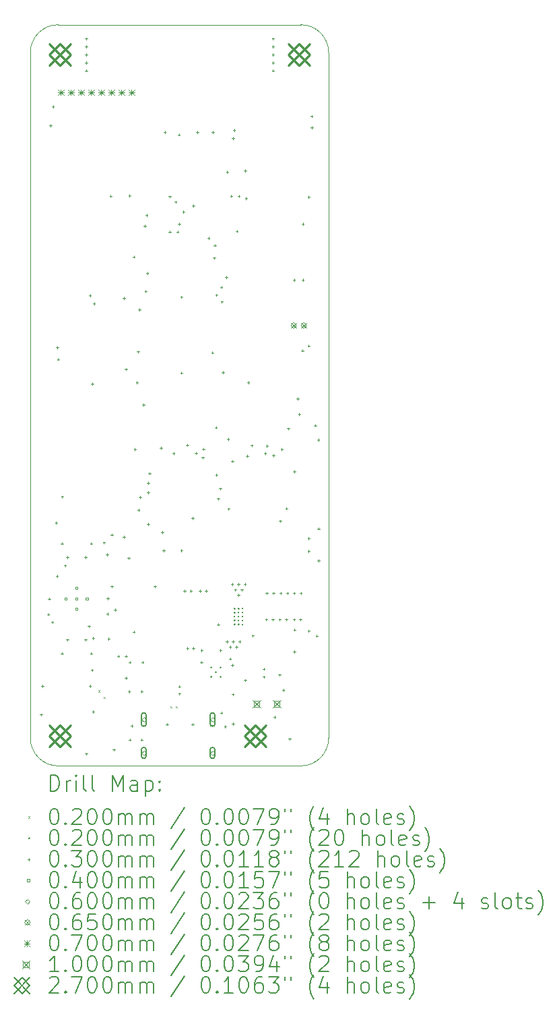
<source format=gbr>
%TF.GenerationSoftware,KiCad,Pcbnew,(6.0.7)*%
%TF.CreationDate,2022-10-08T21:46:18-07:00*%
%TF.ProjectId,phone-rounded,70686f6e-652d-4726-9f75-6e6465642e6b,rev?*%
%TF.SameCoordinates,Original*%
%TF.FileFunction,Drillmap*%
%TF.FilePolarity,Positive*%
%FSLAX45Y45*%
G04 Gerber Fmt 4.5, Leading zero omitted, Abs format (unit mm)*
G04 Created by KiCad (PCBNEW (6.0.7)) date 2022-10-08 21:46:18*
%MOMM*%
%LPD*%
G01*
G04 APERTURE LIST*
%ADD10C,0.100000*%
%ADD11C,0.200000*%
%ADD12C,0.020000*%
%ADD13C,0.030000*%
%ADD14C,0.040000*%
%ADD15C,0.060000*%
%ADD16C,0.065000*%
%ADD17C,0.070000*%
%ADD18C,0.270000*%
G04 APERTURE END LIST*
D10*
X14450000Y-14702513D02*
X14450000Y-6100000D01*
X10699997Y-14702513D02*
G75*
G03*
X11050000Y-15052513I350003J3D01*
G01*
X11050000Y-15052513D02*
X14100000Y-15052513D01*
X10700000Y-6100000D02*
X10700000Y-14702513D01*
X14100000Y-15052510D02*
G75*
G03*
X14450000Y-14702513I0J350000D01*
G01*
X11050000Y-5750000D02*
X14100000Y-5750000D01*
X14450000Y-6100000D02*
G75*
G03*
X14100000Y-5750000I-350000J0D01*
G01*
X11050000Y-5750000D02*
G75*
G03*
X10700000Y-6100000I4J-350004D01*
G01*
D11*
D12*
X11555000Y-14105000D02*
X11575000Y-14125000D01*
X11575000Y-14105000D02*
X11555000Y-14125000D01*
X11620000Y-14185000D02*
X11640000Y-14205000D01*
X11640000Y-14185000D02*
X11620000Y-14205000D01*
X12458056Y-14301944D02*
X12478056Y-14321944D01*
X12478056Y-14301944D02*
X12458056Y-14321944D01*
X12528322Y-14301678D02*
X12548322Y-14321678D01*
X12548322Y-14301678D02*
X12528322Y-14321678D01*
X12984750Y-13818000D02*
G75*
G03*
X12984750Y-13818000I-10000J0D01*
G01*
X12984750Y-13934000D02*
G75*
G03*
X12984750Y-13934000I-10000J0D01*
G01*
X13042750Y-13876000D02*
G75*
G03*
X13042750Y-13876000I-10000J0D01*
G01*
X13100750Y-13818000D02*
G75*
G03*
X13100750Y-13818000I-10000J0D01*
G01*
X13100750Y-13934000D02*
G75*
G03*
X13100750Y-13934000I-10000J0D01*
G01*
X13276623Y-13078377D02*
G75*
G03*
X13276623Y-13078377I-10000J0D01*
G01*
X13276623Y-13128377D02*
G75*
G03*
X13276623Y-13128377I-10000J0D01*
G01*
X13276623Y-13178377D02*
G75*
G03*
X13276623Y-13178377I-10000J0D01*
G01*
X13276623Y-13228377D02*
G75*
G03*
X13276623Y-13228377I-10000J0D01*
G01*
X13276623Y-13278377D02*
G75*
G03*
X13276623Y-13278377I-10000J0D01*
G01*
X13326623Y-13078377D02*
G75*
G03*
X13326623Y-13078377I-10000J0D01*
G01*
X13326623Y-13128377D02*
G75*
G03*
X13326623Y-13128377I-10000J0D01*
G01*
X13326623Y-13178377D02*
G75*
G03*
X13326623Y-13178377I-10000J0D01*
G01*
X13326623Y-13228377D02*
G75*
G03*
X13326623Y-13228377I-10000J0D01*
G01*
X13326623Y-13278377D02*
G75*
G03*
X13326623Y-13278377I-10000J0D01*
G01*
X13376623Y-13078377D02*
G75*
G03*
X13376623Y-13078377I-10000J0D01*
G01*
X13376623Y-13128377D02*
G75*
G03*
X13376623Y-13128377I-10000J0D01*
G01*
X13376623Y-13178377D02*
G75*
G03*
X13376623Y-13178377I-10000J0D01*
G01*
X13376623Y-13228377D02*
G75*
G03*
X13376623Y-13228377I-10000J0D01*
G01*
X13376623Y-13278377D02*
G75*
G03*
X13376623Y-13278377I-10000J0D01*
G01*
D13*
X10835000Y-14395000D02*
X10835000Y-14425000D01*
X10820000Y-14410000D02*
X10850000Y-14410000D01*
X10850000Y-14035000D02*
X10850000Y-14065000D01*
X10835000Y-14050000D02*
X10865000Y-14050000D01*
X10925000Y-13135000D02*
X10925000Y-13165000D01*
X10910000Y-13150000D02*
X10940000Y-13150000D01*
X10937450Y-12940000D02*
X10937450Y-12970000D01*
X10922450Y-12955000D02*
X10952450Y-12955000D01*
X10952450Y-6999313D02*
X10952450Y-7029313D01*
X10937450Y-7014313D02*
X10967450Y-7014313D01*
X10975000Y-13235000D02*
X10975000Y-13265000D01*
X10960000Y-13250000D02*
X10990000Y-13250000D01*
X10984575Y-6764575D02*
X10984575Y-6794575D01*
X10969575Y-6779575D02*
X10999575Y-6779575D01*
X11025000Y-11985000D02*
X11025000Y-12015000D01*
X11010000Y-12000000D02*
X11040000Y-12000000D01*
X11034426Y-12656447D02*
X11034426Y-12686447D01*
X11019426Y-12671447D02*
X11049426Y-12671447D01*
X11037450Y-9785000D02*
X11037450Y-9815000D01*
X11022450Y-9800000D02*
X11052450Y-9800000D01*
X11050000Y-9935000D02*
X11050000Y-9965000D01*
X11035000Y-9950000D02*
X11065000Y-9950000D01*
X11095000Y-12245000D02*
X11095000Y-12275000D01*
X11080000Y-12260000D02*
X11110000Y-12260000D01*
X11095000Y-13625000D02*
X11095000Y-13655000D01*
X11080000Y-13640000D02*
X11110000Y-13640000D01*
X11100000Y-11660000D02*
X11100000Y-11690000D01*
X11085000Y-11675000D02*
X11115000Y-11675000D01*
X11136629Y-12523197D02*
X11136629Y-12553197D01*
X11121629Y-12538197D02*
X11151629Y-12538197D01*
X11165000Y-12420000D02*
X11165000Y-12450000D01*
X11150000Y-12435000D02*
X11180000Y-12435000D01*
X11165000Y-13455000D02*
X11165000Y-13485000D01*
X11150000Y-13470000D02*
X11180000Y-13470000D01*
X11395000Y-12420000D02*
X11395000Y-12450000D01*
X11380000Y-12435000D02*
X11410000Y-12435000D01*
X11395000Y-13455000D02*
X11395000Y-13485000D01*
X11380000Y-13470000D02*
X11410000Y-13470000D01*
X11400000Y-5910000D02*
X11400000Y-5940000D01*
X11385000Y-5925000D02*
X11415000Y-5925000D01*
X11400000Y-6010000D02*
X11400000Y-6040000D01*
X11385000Y-6025000D02*
X11415000Y-6025000D01*
X11400000Y-6110000D02*
X11400000Y-6140000D01*
X11385000Y-6125000D02*
X11415000Y-6125000D01*
X11400000Y-6210000D02*
X11400000Y-6240000D01*
X11385000Y-6225000D02*
X11415000Y-6225000D01*
X11400000Y-6310000D02*
X11400000Y-6340000D01*
X11385000Y-6325000D02*
X11415000Y-6325000D01*
X11400000Y-14885000D02*
X11400000Y-14915000D01*
X11385000Y-14900000D02*
X11415000Y-14900000D01*
X11435000Y-13285000D02*
X11435000Y-13315000D01*
X11420000Y-13300000D02*
X11450000Y-13300000D01*
X11450000Y-9135000D02*
X11450000Y-9165000D01*
X11435000Y-9150000D02*
X11465000Y-9150000D01*
X11450000Y-14035000D02*
X11450000Y-14065000D01*
X11435000Y-14050000D02*
X11465000Y-14050000D01*
X11465000Y-12245000D02*
X11465000Y-12275000D01*
X11450000Y-12260000D02*
X11480000Y-12260000D01*
X11465000Y-13625000D02*
X11465000Y-13655000D01*
X11450000Y-13640000D02*
X11480000Y-13640000D01*
X11475000Y-13835000D02*
X11475000Y-13865000D01*
X11460000Y-13850000D02*
X11490000Y-13850000D01*
X11478490Y-10241000D02*
X11478490Y-10271000D01*
X11463490Y-10256000D02*
X11493490Y-10256000D01*
X11490000Y-14355000D02*
X11490000Y-14385000D01*
X11475000Y-14370000D02*
X11505000Y-14370000D01*
X11490009Y-13434256D02*
X11490009Y-13464256D01*
X11475009Y-13449256D02*
X11505009Y-13449256D01*
X11500000Y-9235000D02*
X11500000Y-9265000D01*
X11485000Y-9250000D02*
X11515000Y-9250000D01*
X11625000Y-12235000D02*
X11625000Y-12265000D01*
X11610000Y-12250000D02*
X11640000Y-12250000D01*
X11662550Y-12385000D02*
X11662550Y-12415000D01*
X11647550Y-12400000D02*
X11677550Y-12400000D01*
X11670000Y-13130000D02*
X11670000Y-13160000D01*
X11655000Y-13145000D02*
X11685000Y-13145000D01*
X11675000Y-12935000D02*
X11675000Y-12965000D01*
X11660000Y-12950000D02*
X11690000Y-12950000D01*
X11685000Y-13444974D02*
X11685000Y-13474974D01*
X11670000Y-13459974D02*
X11700000Y-13459974D01*
X11710000Y-7885000D02*
X11710000Y-7915000D01*
X11695000Y-7900000D02*
X11725000Y-7900000D01*
X11725000Y-12135000D02*
X11725000Y-12165000D01*
X11710000Y-12150000D02*
X11740000Y-12150000D01*
X11725000Y-12785000D02*
X11725000Y-12815000D01*
X11710000Y-12800000D02*
X11740000Y-12800000D01*
X11750000Y-14835000D02*
X11750000Y-14865000D01*
X11735000Y-14850000D02*
X11765000Y-14850000D01*
X11765000Y-13080000D02*
X11765000Y-13110000D01*
X11750000Y-13095000D02*
X11780000Y-13095000D01*
X11804806Y-13659806D02*
X11804806Y-13689806D01*
X11789806Y-13674806D02*
X11819806Y-13674806D01*
X11875000Y-9168250D02*
X11875000Y-9198250D01*
X11860000Y-9183250D02*
X11890000Y-9183250D01*
X11875000Y-12165000D02*
X11875000Y-12195000D01*
X11860000Y-12180000D02*
X11890000Y-12180000D01*
X11900000Y-10060000D02*
X11900000Y-10090000D01*
X11885000Y-10075000D02*
X11915000Y-10075000D01*
X11900000Y-13660000D02*
X11900000Y-13690000D01*
X11885000Y-13675000D02*
X11915000Y-13675000D01*
X11900000Y-13935000D02*
X11900000Y-13965000D01*
X11885000Y-13950000D02*
X11915000Y-13950000D01*
X11935000Y-12430000D02*
X11935000Y-12460000D01*
X11920000Y-12445000D02*
X11950000Y-12445000D01*
X11940000Y-14105000D02*
X11940000Y-14135000D01*
X11925000Y-14120000D02*
X11955000Y-14120000D01*
X11946877Y-7881877D02*
X11946877Y-7911877D01*
X11931877Y-7896877D02*
X11961877Y-7896877D01*
X11950000Y-13735000D02*
X11950000Y-13765000D01*
X11935000Y-13750000D02*
X11965000Y-13750000D01*
X11950000Y-14710000D02*
X11950000Y-14740000D01*
X11935000Y-14725000D02*
X11965000Y-14725000D01*
X11975000Y-14535000D02*
X11975000Y-14565000D01*
X11960000Y-14550000D02*
X11990000Y-14550000D01*
X12000000Y-8648250D02*
X12000000Y-8678250D01*
X11985000Y-8663250D02*
X12015000Y-8663250D01*
X12000000Y-13355000D02*
X12000000Y-13385000D01*
X11985000Y-13370000D02*
X12015000Y-13370000D01*
X12015000Y-11065000D02*
X12015000Y-11095000D01*
X12000000Y-11080000D02*
X12030000Y-11080000D01*
X12040000Y-10225000D02*
X12040000Y-10255000D01*
X12025000Y-10240000D02*
X12055000Y-10240000D01*
X12055000Y-9840000D02*
X12055000Y-9870000D01*
X12040000Y-9855000D02*
X12070000Y-9855000D01*
X12060000Y-11825000D02*
X12060000Y-11855000D01*
X12045000Y-11840000D02*
X12075000Y-11840000D01*
X12070000Y-9313250D02*
X12070000Y-9343250D01*
X12055000Y-9328250D02*
X12085000Y-9328250D01*
X12080000Y-11665000D02*
X12080000Y-11695000D01*
X12065000Y-11680000D02*
X12095000Y-11680000D01*
X12100000Y-14105000D02*
X12100000Y-14135000D01*
X12085000Y-14120000D02*
X12115000Y-14120000D01*
X12100000Y-14710000D02*
X12100000Y-14740000D01*
X12085000Y-14725000D02*
X12115000Y-14725000D01*
X12110000Y-13735000D02*
X12110000Y-13765000D01*
X12095000Y-13750000D02*
X12125000Y-13750000D01*
X12120000Y-10505000D02*
X12120000Y-10535000D01*
X12105000Y-10520000D02*
X12135000Y-10520000D01*
X12140000Y-8260000D02*
X12140000Y-8290000D01*
X12125000Y-8275000D02*
X12155000Y-8275000D01*
X12150000Y-9078250D02*
X12150000Y-9108250D01*
X12135000Y-9093250D02*
X12165000Y-9093250D01*
X12160000Y-8125000D02*
X12160000Y-8155000D01*
X12145000Y-8140000D02*
X12175000Y-8140000D01*
X12170000Y-8855000D02*
X12170000Y-8885000D01*
X12155000Y-8870000D02*
X12185000Y-8870000D01*
X12180000Y-11485000D02*
X12180000Y-11515000D01*
X12165000Y-11500000D02*
X12195000Y-11500000D01*
X12180000Y-11605000D02*
X12180000Y-11635000D01*
X12165000Y-11620000D02*
X12195000Y-11620000D01*
X12180000Y-12005000D02*
X12180000Y-12035000D01*
X12165000Y-12020000D02*
X12195000Y-12020000D01*
X12200000Y-11365000D02*
X12200000Y-11395000D01*
X12185000Y-11380000D02*
X12215000Y-11380000D01*
X12266250Y-12785000D02*
X12266250Y-12815000D01*
X12251250Y-12800000D02*
X12281250Y-12800000D01*
X12340000Y-11045000D02*
X12340000Y-11075000D01*
X12325000Y-11060000D02*
X12355000Y-11060000D01*
X12360000Y-12105000D02*
X12360000Y-12135000D01*
X12345000Y-12120000D02*
X12375000Y-12120000D01*
X12375000Y-12335000D02*
X12375000Y-12365000D01*
X12360000Y-12350000D02*
X12390000Y-12350000D01*
X12390000Y-7085000D02*
X12390000Y-7115000D01*
X12375000Y-7100000D02*
X12405000Y-7100000D01*
X12420000Y-14515000D02*
X12420000Y-14545000D01*
X12405000Y-14530000D02*
X12435000Y-14530000D01*
X12450000Y-7891200D02*
X12450000Y-7921200D01*
X12435000Y-7906200D02*
X12465000Y-7906200D01*
X12450000Y-8335000D02*
X12450000Y-8365000D01*
X12435000Y-8350000D02*
X12465000Y-8350000D01*
X12500000Y-11112450D02*
X12500000Y-11142450D01*
X12485000Y-11127450D02*
X12515000Y-11127450D01*
X12525000Y-7960000D02*
X12525000Y-7990000D01*
X12510000Y-7975000D02*
X12540000Y-7975000D01*
X12550000Y-8335000D02*
X12550000Y-8365000D01*
X12535000Y-8350000D02*
X12565000Y-8350000D01*
X12566261Y-7114300D02*
X12566261Y-7144300D01*
X12551261Y-7129300D02*
X12581261Y-7129300D01*
X12570000Y-8235000D02*
X12570000Y-8265000D01*
X12555000Y-8250000D02*
X12585000Y-8250000D01*
X12574000Y-14041000D02*
X12574000Y-14071000D01*
X12559000Y-14056000D02*
X12589000Y-14056000D01*
X12574000Y-14131000D02*
X12574000Y-14161000D01*
X12559000Y-14146000D02*
X12589000Y-14146000D01*
X12600000Y-9153250D02*
X12600000Y-9183250D01*
X12585000Y-9168250D02*
X12615000Y-9168250D01*
X12600000Y-10103250D02*
X12600000Y-10133250D01*
X12585000Y-10118250D02*
X12615000Y-10118250D01*
X12600000Y-12335000D02*
X12600000Y-12365000D01*
X12585000Y-12350000D02*
X12615000Y-12350000D01*
X12625000Y-8085000D02*
X12625000Y-8115000D01*
X12610000Y-8100000D02*
X12640000Y-8100000D01*
X12636623Y-12843377D02*
X12636623Y-12873377D01*
X12621623Y-12858377D02*
X12651623Y-12858377D01*
X12672057Y-11010428D02*
X12672057Y-11040428D01*
X12657057Y-11025428D02*
X12687057Y-11025428D01*
X12675000Y-13560000D02*
X12675000Y-13590000D01*
X12660000Y-13575000D02*
X12690000Y-13575000D01*
X12716623Y-12843377D02*
X12716623Y-12873377D01*
X12701623Y-12858377D02*
X12731623Y-12858377D01*
X12740000Y-11925000D02*
X12740000Y-11955000D01*
X12725000Y-11940000D02*
X12755000Y-11940000D01*
X12740000Y-14515000D02*
X12740000Y-14545000D01*
X12725000Y-14530000D02*
X12755000Y-14530000D01*
X12750000Y-8005000D02*
X12750000Y-8035000D01*
X12735000Y-8020000D02*
X12765000Y-8020000D01*
X12750000Y-13560000D02*
X12750000Y-13590000D01*
X12735000Y-13575000D02*
X12765000Y-13575000D01*
X12783129Y-11110474D02*
X12783129Y-11140474D01*
X12768129Y-11125474D02*
X12798129Y-11125474D01*
X12800000Y-7085000D02*
X12800000Y-7115000D01*
X12785000Y-7100000D02*
X12815000Y-7100000D01*
X12830623Y-12843377D02*
X12830623Y-12873377D01*
X12815623Y-12858377D02*
X12845623Y-12858377D01*
X12850000Y-13735000D02*
X12850000Y-13765000D01*
X12835000Y-13750000D02*
X12865000Y-13750000D01*
X12852500Y-13584500D02*
X12852500Y-13614500D01*
X12837500Y-13599500D02*
X12867500Y-13599500D01*
X12866424Y-11168028D02*
X12866424Y-11198028D01*
X12851424Y-11183028D02*
X12881424Y-11183028D01*
X12875000Y-11060000D02*
X12875000Y-11090000D01*
X12860000Y-11075000D02*
X12890000Y-11075000D01*
X12910623Y-12843377D02*
X12910623Y-12873377D01*
X12895623Y-12858377D02*
X12925623Y-12858377D01*
X12940000Y-8413250D02*
X12940000Y-8443250D01*
X12925000Y-8428250D02*
X12955000Y-8428250D01*
X12988450Y-9850000D02*
X12988450Y-9880000D01*
X12973450Y-9865000D02*
X13003450Y-9865000D01*
X12992550Y-7085000D02*
X12992550Y-7115000D01*
X12977550Y-7100000D02*
X13007550Y-7100000D01*
X13010000Y-8663250D02*
X13010000Y-8693250D01*
X12995000Y-8678250D02*
X13025000Y-8678250D01*
X13020000Y-8503250D02*
X13020000Y-8533250D01*
X13005000Y-8518250D02*
X13035000Y-8518250D01*
X13032450Y-10788974D02*
X13032450Y-10818974D01*
X13017450Y-10803974D02*
X13047450Y-10803974D01*
X13040000Y-9128250D02*
X13040000Y-9158250D01*
X13025000Y-9143250D02*
X13055000Y-9143250D01*
X13040000Y-11385000D02*
X13040000Y-11415000D01*
X13025000Y-11400000D02*
X13055000Y-11400000D01*
X13060000Y-11685000D02*
X13060000Y-11715000D01*
X13045000Y-11700000D02*
X13075000Y-11700000D01*
X13060000Y-13262550D02*
X13060000Y-13292550D01*
X13045000Y-13277550D02*
X13075000Y-13277550D01*
X13088450Y-11557450D02*
X13088450Y-11587450D01*
X13073450Y-11572450D02*
X13103450Y-11572450D01*
X13090000Y-13585000D02*
X13090000Y-13615000D01*
X13075000Y-13600000D02*
X13105000Y-13600000D01*
X13100000Y-9028250D02*
X13100000Y-9058250D01*
X13085000Y-9043250D02*
X13115000Y-9043250D01*
X13100000Y-14370000D02*
X13100000Y-14400000D01*
X13085000Y-14385000D02*
X13115000Y-14385000D01*
X13107450Y-9213250D02*
X13107450Y-9243250D01*
X13092450Y-9228250D02*
X13122450Y-9228250D01*
X13120000Y-10100000D02*
X13120000Y-10130000D01*
X13105000Y-10115000D02*
X13135000Y-10115000D01*
X13150000Y-14545000D02*
X13150000Y-14575000D01*
X13135000Y-14560000D02*
X13165000Y-14560000D01*
X13161550Y-8905800D02*
X13161550Y-8935800D01*
X13146550Y-8920800D02*
X13176550Y-8920800D01*
X13170000Y-13475000D02*
X13170000Y-13505000D01*
X13155000Y-13490000D02*
X13185000Y-13490000D01*
X13175000Y-7585000D02*
X13175000Y-7615000D01*
X13160000Y-7600000D02*
X13190000Y-7600000D01*
X13185000Y-10935000D02*
X13185000Y-10965000D01*
X13170000Y-10950000D02*
X13200000Y-10950000D01*
X13191054Y-11811315D02*
X13191054Y-11841315D01*
X13176054Y-11826315D02*
X13206054Y-11826315D01*
X13210000Y-13545000D02*
X13210000Y-13575000D01*
X13195000Y-13560000D02*
X13225000Y-13560000D01*
X13210904Y-13693826D02*
X13210904Y-13723826D01*
X13195904Y-13708826D02*
X13225904Y-13708826D01*
X13225000Y-7885000D02*
X13225000Y-7915000D01*
X13210000Y-7900000D02*
X13240000Y-7900000D01*
X13236623Y-12758377D02*
X13236623Y-12788377D01*
X13221623Y-12773377D02*
X13251623Y-12773377D01*
X13237279Y-11212279D02*
X13237279Y-11242279D01*
X13222279Y-11227279D02*
X13252279Y-11227279D01*
X13240582Y-13773424D02*
X13240582Y-13803424D01*
X13225582Y-13788424D02*
X13255582Y-13788424D01*
X13244000Y-14141000D02*
X13244000Y-14171000D01*
X13229000Y-14156000D02*
X13259000Y-14156000D01*
X13250000Y-7160000D02*
X13250000Y-7190000D01*
X13235000Y-7175000D02*
X13265000Y-7175000D01*
X13250000Y-13475000D02*
X13250000Y-13505000D01*
X13235000Y-13490000D02*
X13265000Y-13490000D01*
X13250000Y-14510000D02*
X13250000Y-14540000D01*
X13235000Y-14525000D02*
X13265000Y-14525000D01*
X13261550Y-7060000D02*
X13261550Y-7090000D01*
X13246550Y-7075000D02*
X13276550Y-7075000D01*
X13276623Y-12828377D02*
X13276623Y-12858377D01*
X13261623Y-12843377D02*
X13291623Y-12843377D01*
X13290000Y-13545000D02*
X13290000Y-13575000D01*
X13275000Y-13560000D02*
X13305000Y-13560000D01*
X13295000Y-8325000D02*
X13295000Y-8355000D01*
X13280000Y-8340000D02*
X13310000Y-8340000D01*
X13316623Y-12758377D02*
X13316623Y-12788377D01*
X13301623Y-12773377D02*
X13331623Y-12773377D01*
X13316623Y-12893377D02*
X13316623Y-12923377D01*
X13301623Y-12908377D02*
X13331623Y-12908377D01*
X13320000Y-7885000D02*
X13320000Y-7915000D01*
X13305000Y-7900000D02*
X13335000Y-7900000D01*
X13330000Y-13475000D02*
X13330000Y-13505000D01*
X13315000Y-13490000D02*
X13345000Y-13490000D01*
X13356623Y-12828377D02*
X13356623Y-12858377D01*
X13341623Y-12843377D02*
X13371623Y-12843377D01*
X13396623Y-12758377D02*
X13396623Y-12788377D01*
X13381623Y-12773377D02*
X13411623Y-12773377D01*
X13400000Y-7565000D02*
X13400000Y-7595000D01*
X13385000Y-7580000D02*
X13415000Y-7580000D01*
X13401954Y-13961800D02*
X13401954Y-13991800D01*
X13386954Y-13976800D02*
X13416954Y-13976800D01*
X13412550Y-7915000D02*
X13412550Y-7945000D01*
X13397550Y-7930000D02*
X13427550Y-7930000D01*
X13425000Y-11146550D02*
X13425000Y-11176550D01*
X13410000Y-11161550D02*
X13440000Y-11161550D01*
X13440000Y-10225000D02*
X13440000Y-10255000D01*
X13425000Y-10240000D02*
X13455000Y-10240000D01*
X13481930Y-11015693D02*
X13481930Y-11045693D01*
X13466930Y-11030693D02*
X13496930Y-11030693D01*
X13496623Y-13403377D02*
X13496623Y-13433377D01*
X13481623Y-13418377D02*
X13511623Y-13418377D01*
X13634000Y-13821000D02*
X13634000Y-13851000D01*
X13619000Y-13836000D02*
X13649000Y-13836000D01*
X13634000Y-13921000D02*
X13634000Y-13951000D01*
X13619000Y-13936000D02*
X13649000Y-13936000D01*
X13650193Y-11115417D02*
X13650193Y-11145417D01*
X13635193Y-11130417D02*
X13665193Y-11130417D01*
X13665000Y-13200000D02*
X13665000Y-13230000D01*
X13650000Y-13215000D02*
X13680000Y-13215000D01*
X13670000Y-12870000D02*
X13670000Y-12900000D01*
X13655000Y-12885000D02*
X13685000Y-12885000D01*
X13674100Y-11020454D02*
X13674100Y-11050454D01*
X13659100Y-11035454D02*
X13689100Y-11035454D01*
X13745000Y-13200000D02*
X13745000Y-13230000D01*
X13730000Y-13215000D02*
X13760000Y-13215000D01*
X13750000Y-5910000D02*
X13750000Y-5940000D01*
X13735000Y-5925000D02*
X13765000Y-5925000D01*
X13750000Y-6010000D02*
X13750000Y-6040000D01*
X13735000Y-6025000D02*
X13765000Y-6025000D01*
X13750000Y-6110000D02*
X13750000Y-6140000D01*
X13735000Y-6125000D02*
X13765000Y-6125000D01*
X13750000Y-6210000D02*
X13750000Y-6240000D01*
X13735000Y-6225000D02*
X13765000Y-6225000D01*
X13750000Y-6310000D02*
X13750000Y-6340000D01*
X13735000Y-6325000D02*
X13765000Y-6325000D01*
X13755000Y-11140000D02*
X13755000Y-11170000D01*
X13740000Y-11155000D02*
X13770000Y-11155000D01*
X13755000Y-12870000D02*
X13755000Y-12900000D01*
X13740000Y-12885000D02*
X13770000Y-12885000D01*
X13770000Y-14425000D02*
X13770000Y-14455000D01*
X13755000Y-14440000D02*
X13785000Y-14440000D01*
X13830000Y-13895000D02*
X13830000Y-13925000D01*
X13815000Y-13910000D02*
X13845000Y-13910000D01*
X13835000Y-13200000D02*
X13835000Y-13230000D01*
X13820000Y-13215000D02*
X13850000Y-13215000D01*
X13840000Y-11965000D02*
X13840000Y-11995000D01*
X13825000Y-11980000D02*
X13855000Y-11980000D01*
X13845000Y-12870000D02*
X13845000Y-12900000D01*
X13830000Y-12885000D02*
X13860000Y-12885000D01*
X13860000Y-11065000D02*
X13860000Y-11095000D01*
X13845000Y-11080000D02*
X13875000Y-11080000D01*
X13880000Y-14085000D02*
X13880000Y-14115000D01*
X13865000Y-14100000D02*
X13895000Y-14100000D01*
X13915000Y-13200000D02*
X13915000Y-13230000D01*
X13900000Y-13215000D02*
X13930000Y-13215000D01*
X13920000Y-11805000D02*
X13920000Y-11835000D01*
X13905000Y-11820000D02*
X13935000Y-11820000D01*
X13930000Y-12870000D02*
X13930000Y-12900000D01*
X13915000Y-12885000D02*
X13945000Y-12885000D01*
X13940000Y-10805000D02*
X13940000Y-10835000D01*
X13925000Y-10820000D02*
X13955000Y-10820000D01*
X13961000Y-14700000D02*
X13961000Y-14730000D01*
X13946000Y-14715000D02*
X13976000Y-14715000D01*
X14015000Y-8940000D02*
X14015000Y-8970000D01*
X14000000Y-8955000D02*
X14030000Y-8955000D01*
X14015000Y-12870000D02*
X14015000Y-12900000D01*
X14000000Y-12885000D02*
X14030000Y-12885000D01*
X14015000Y-13200000D02*
X14015000Y-13230000D01*
X14000000Y-13215000D02*
X14030000Y-13215000D01*
X14020000Y-11345000D02*
X14020000Y-11375000D01*
X14005000Y-11360000D02*
X14035000Y-11360000D01*
X14020000Y-13605000D02*
X14020000Y-13635000D01*
X14005000Y-13620000D02*
X14035000Y-13620000D01*
X14020623Y-13329377D02*
X14020623Y-13359377D01*
X14005623Y-13344377D02*
X14035623Y-13344377D01*
X14060000Y-10427500D02*
X14060000Y-10457500D01*
X14045000Y-10442500D02*
X14075000Y-10442500D01*
X14080000Y-10625000D02*
X14080000Y-10655000D01*
X14065000Y-10640000D02*
X14095000Y-10640000D01*
X14095000Y-13200000D02*
X14095000Y-13230000D01*
X14080000Y-13215000D02*
X14110000Y-13215000D01*
X14100000Y-12870000D02*
X14100000Y-12900000D01*
X14085000Y-12885000D02*
X14115000Y-12885000D01*
X14120000Y-9825000D02*
X14120000Y-9855000D01*
X14105000Y-9840000D02*
X14135000Y-9840000D01*
X14125000Y-8235000D02*
X14125000Y-8265000D01*
X14110000Y-8250000D02*
X14140000Y-8250000D01*
X14125000Y-8940000D02*
X14125000Y-8970000D01*
X14110000Y-8955000D02*
X14140000Y-8955000D01*
X14200000Y-7895000D02*
X14200000Y-7925000D01*
X14185000Y-7910000D02*
X14215000Y-7910000D01*
X14200000Y-9765000D02*
X14200000Y-9795000D01*
X14185000Y-9780000D02*
X14215000Y-9780000D01*
X14200000Y-12180000D02*
X14200000Y-12210000D01*
X14185000Y-12195000D02*
X14215000Y-12195000D01*
X14200000Y-12340000D02*
X14200000Y-12370000D01*
X14185000Y-12355000D02*
X14215000Y-12355000D01*
X14200000Y-13345000D02*
X14200000Y-13375000D01*
X14185000Y-13360000D02*
X14215000Y-13360000D01*
X14235000Y-6885000D02*
X14235000Y-6915000D01*
X14220000Y-6900000D02*
X14250000Y-6900000D01*
X14240000Y-7025000D02*
X14240000Y-7055000D01*
X14225000Y-7040000D02*
X14255000Y-7040000D01*
X14280000Y-10765000D02*
X14280000Y-10795000D01*
X14265000Y-10780000D02*
X14295000Y-10780000D01*
X14300000Y-13405000D02*
X14300000Y-13435000D01*
X14285000Y-13420000D02*
X14315000Y-13420000D01*
X14320000Y-10945000D02*
X14320000Y-10975000D01*
X14305000Y-10960000D02*
X14335000Y-10960000D01*
X14325000Y-12060000D02*
X14325000Y-12090000D01*
X14310000Y-12075000D02*
X14340000Y-12075000D01*
X14325000Y-12460000D02*
X14325000Y-12490000D01*
X14310000Y-12475000D02*
X14340000Y-12475000D01*
D14*
X11159142Y-12969142D02*
X11159142Y-12940858D01*
X11130858Y-12940858D01*
X11130858Y-12969142D01*
X11159142Y-12969142D01*
X11293080Y-12835205D02*
X11293080Y-12806920D01*
X11264795Y-12806920D01*
X11264795Y-12835205D01*
X11293080Y-12835205D01*
X11293080Y-12968080D02*
X11293080Y-12939795D01*
X11264795Y-12939795D01*
X11264795Y-12968080D01*
X11293080Y-12968080D01*
X11294142Y-13094142D02*
X11294142Y-13065858D01*
X11265858Y-13065858D01*
X11265858Y-13094142D01*
X11294142Y-13094142D01*
X11424142Y-12969142D02*
X11424142Y-12940858D01*
X11395858Y-12940858D01*
X11395858Y-12969142D01*
X11424142Y-12969142D01*
D15*
X12126000Y-14502000D02*
X12156000Y-14472000D01*
X12126000Y-14442000D01*
X12096000Y-14472000D01*
X12126000Y-14502000D01*
D11*
X12156000Y-14527000D02*
X12156000Y-14417000D01*
X12096000Y-14527000D02*
X12096000Y-14417000D01*
X12156000Y-14417000D02*
G75*
G03*
X12096000Y-14417000I-30000J0D01*
G01*
X12096000Y-14527000D02*
G75*
G03*
X12156000Y-14527000I30000J0D01*
G01*
D15*
X12126000Y-14920000D02*
X12156000Y-14890000D01*
X12126000Y-14860000D01*
X12096000Y-14890000D01*
X12126000Y-14920000D01*
D11*
X12156000Y-14930000D02*
X12156000Y-14850000D01*
X12096000Y-14930000D02*
X12096000Y-14850000D01*
X12156000Y-14850000D02*
G75*
G03*
X12096000Y-14850000I-30000J0D01*
G01*
X12096000Y-14930000D02*
G75*
G03*
X12156000Y-14930000I30000J0D01*
G01*
D15*
X12990000Y-14502000D02*
X13020000Y-14472000D01*
X12990000Y-14442000D01*
X12960000Y-14472000D01*
X12990000Y-14502000D01*
D11*
X13020000Y-14527000D02*
X13020000Y-14417000D01*
X12960000Y-14527000D02*
X12960000Y-14417000D01*
X13020000Y-14417000D02*
G75*
G03*
X12960000Y-14417000I-30000J0D01*
G01*
X12960000Y-14527000D02*
G75*
G03*
X13020000Y-14527000I30000J0D01*
G01*
D15*
X12990000Y-14920000D02*
X13020000Y-14890000D01*
X12990000Y-14860000D01*
X12960000Y-14890000D01*
X12990000Y-14920000D01*
D11*
X13020000Y-14930000D02*
X13020000Y-14850000D01*
X12960000Y-14930000D02*
X12960000Y-14850000D01*
X13020000Y-14850000D02*
G75*
G03*
X12960000Y-14850000I-30000J0D01*
G01*
X12960000Y-14930000D02*
G75*
G03*
X13020000Y-14930000I30000J0D01*
G01*
D16*
X13977500Y-9492500D02*
X14042500Y-9557500D01*
X14042500Y-9492500D02*
X13977500Y-9557500D01*
X14042500Y-9525000D02*
G75*
G03*
X14042500Y-9525000I-32500J0D01*
G01*
X14104500Y-9492500D02*
X14169500Y-9557500D01*
X14169500Y-9492500D02*
X14104500Y-9557500D01*
X14169500Y-9525000D02*
G75*
G03*
X14169500Y-9525000I-32500J0D01*
G01*
D17*
X11048750Y-6562500D02*
X11118750Y-6632500D01*
X11118750Y-6562500D02*
X11048750Y-6632500D01*
X11083750Y-6562500D02*
X11083750Y-6632500D01*
X11048750Y-6597500D02*
X11118750Y-6597500D01*
X11175750Y-6562500D02*
X11245750Y-6632500D01*
X11245750Y-6562500D02*
X11175750Y-6632500D01*
X11210750Y-6562500D02*
X11210750Y-6632500D01*
X11175750Y-6597500D02*
X11245750Y-6597500D01*
X11302750Y-6562500D02*
X11372750Y-6632500D01*
X11372750Y-6562500D02*
X11302750Y-6632500D01*
X11337750Y-6562500D02*
X11337750Y-6632500D01*
X11302750Y-6597500D02*
X11372750Y-6597500D01*
X11429750Y-6562500D02*
X11499750Y-6632500D01*
X11499750Y-6562500D02*
X11429750Y-6632500D01*
X11464750Y-6562500D02*
X11464750Y-6632500D01*
X11429750Y-6597500D02*
X11499750Y-6597500D01*
X11556750Y-6562500D02*
X11626750Y-6632500D01*
X11626750Y-6562500D02*
X11556750Y-6632500D01*
X11591750Y-6562500D02*
X11591750Y-6632500D01*
X11556750Y-6597500D02*
X11626750Y-6597500D01*
X11683750Y-6562500D02*
X11753750Y-6632500D01*
X11753750Y-6562500D02*
X11683750Y-6632500D01*
X11718750Y-6562500D02*
X11718750Y-6632500D01*
X11683750Y-6597500D02*
X11753750Y-6597500D01*
X11810750Y-6562500D02*
X11880750Y-6632500D01*
X11880750Y-6562500D02*
X11810750Y-6632500D01*
X11845750Y-6562500D02*
X11845750Y-6632500D01*
X11810750Y-6597500D02*
X11880750Y-6597500D01*
X11937750Y-6562500D02*
X12007750Y-6632500D01*
X12007750Y-6562500D02*
X11937750Y-6632500D01*
X11972750Y-6562500D02*
X11972750Y-6632500D01*
X11937750Y-6597500D02*
X12007750Y-6597500D01*
D10*
X13496000Y-14225000D02*
X13596000Y-14325000D01*
X13596000Y-14225000D02*
X13496000Y-14325000D01*
X13581356Y-14310356D02*
X13581356Y-14239644D01*
X13510644Y-14239644D01*
X13510644Y-14310356D01*
X13581356Y-14310356D01*
X13750000Y-14225000D02*
X13850000Y-14325000D01*
X13850000Y-14225000D02*
X13750000Y-14325000D01*
X13835356Y-14310356D02*
X13835356Y-14239644D01*
X13764644Y-14239644D01*
X13764644Y-14310356D01*
X13835356Y-14310356D01*
D18*
X10940000Y-5990000D02*
X11210000Y-6260000D01*
X11210000Y-5990000D02*
X10940000Y-6260000D01*
X11075000Y-6260000D02*
X11210000Y-6125000D01*
X11075000Y-5990000D01*
X10940000Y-6125000D01*
X11075000Y-6260000D01*
X10940000Y-14540000D02*
X11210000Y-14810000D01*
X11210000Y-14540000D02*
X10940000Y-14810000D01*
X11075000Y-14810000D02*
X11210000Y-14675000D01*
X11075000Y-14540000D01*
X10940000Y-14675000D01*
X11075000Y-14810000D01*
X13390000Y-14540000D02*
X13660000Y-14810000D01*
X13660000Y-14540000D02*
X13390000Y-14810000D01*
X13525000Y-14810000D02*
X13660000Y-14675000D01*
X13525000Y-14540000D01*
X13390000Y-14675000D01*
X13525000Y-14810000D01*
X13940000Y-5990000D02*
X14210000Y-6260000D01*
X14210000Y-5990000D02*
X13940000Y-6260000D01*
X14075000Y-6260000D02*
X14210000Y-6125000D01*
X14075000Y-5990000D01*
X13940000Y-6125000D01*
X14075000Y-6260000D01*
D11*
X10952619Y-15367989D02*
X10952619Y-15167989D01*
X11000238Y-15167989D01*
X11028810Y-15177513D01*
X11047857Y-15196560D01*
X11057381Y-15215608D01*
X11066905Y-15253703D01*
X11066905Y-15282274D01*
X11057381Y-15320370D01*
X11047857Y-15339417D01*
X11028810Y-15358465D01*
X11000238Y-15367989D01*
X10952619Y-15367989D01*
X11152619Y-15367989D02*
X11152619Y-15234655D01*
X11152619Y-15272751D02*
X11162143Y-15253703D01*
X11171667Y-15244179D01*
X11190714Y-15234655D01*
X11209762Y-15234655D01*
X11276428Y-15367989D02*
X11276428Y-15234655D01*
X11276428Y-15167989D02*
X11266905Y-15177513D01*
X11276428Y-15187036D01*
X11285952Y-15177513D01*
X11276428Y-15167989D01*
X11276428Y-15187036D01*
X11400238Y-15367989D02*
X11381190Y-15358465D01*
X11371667Y-15339417D01*
X11371667Y-15167989D01*
X11505000Y-15367989D02*
X11485952Y-15358465D01*
X11476428Y-15339417D01*
X11476428Y-15167989D01*
X11733571Y-15367989D02*
X11733571Y-15167989D01*
X11800238Y-15310846D01*
X11866905Y-15167989D01*
X11866905Y-15367989D01*
X12047857Y-15367989D02*
X12047857Y-15263227D01*
X12038333Y-15244179D01*
X12019286Y-15234655D01*
X11981190Y-15234655D01*
X11962143Y-15244179D01*
X12047857Y-15358465D02*
X12028809Y-15367989D01*
X11981190Y-15367989D01*
X11962143Y-15358465D01*
X11952619Y-15339417D01*
X11952619Y-15320370D01*
X11962143Y-15301322D01*
X11981190Y-15291798D01*
X12028809Y-15291798D01*
X12047857Y-15282274D01*
X12143095Y-15234655D02*
X12143095Y-15434655D01*
X12143095Y-15244179D02*
X12162143Y-15234655D01*
X12200238Y-15234655D01*
X12219286Y-15244179D01*
X12228809Y-15253703D01*
X12238333Y-15272751D01*
X12238333Y-15329893D01*
X12228809Y-15348941D01*
X12219286Y-15358465D01*
X12200238Y-15367989D01*
X12162143Y-15367989D01*
X12143095Y-15358465D01*
X12324048Y-15348941D02*
X12333571Y-15358465D01*
X12324048Y-15367989D01*
X12314524Y-15358465D01*
X12324048Y-15348941D01*
X12324048Y-15367989D01*
X12324048Y-15244179D02*
X12333571Y-15253703D01*
X12324048Y-15263227D01*
X12314524Y-15253703D01*
X12324048Y-15244179D01*
X12324048Y-15263227D01*
D12*
X10675000Y-15687513D02*
X10695000Y-15707513D01*
X10695000Y-15687513D02*
X10675000Y-15707513D01*
D11*
X10990714Y-15587989D02*
X11009762Y-15587989D01*
X11028810Y-15597513D01*
X11038333Y-15607036D01*
X11047857Y-15626084D01*
X11057381Y-15664179D01*
X11057381Y-15711798D01*
X11047857Y-15749893D01*
X11038333Y-15768941D01*
X11028810Y-15778465D01*
X11009762Y-15787989D01*
X10990714Y-15787989D01*
X10971667Y-15778465D01*
X10962143Y-15768941D01*
X10952619Y-15749893D01*
X10943095Y-15711798D01*
X10943095Y-15664179D01*
X10952619Y-15626084D01*
X10962143Y-15607036D01*
X10971667Y-15597513D01*
X10990714Y-15587989D01*
X11143095Y-15768941D02*
X11152619Y-15778465D01*
X11143095Y-15787989D01*
X11133571Y-15778465D01*
X11143095Y-15768941D01*
X11143095Y-15787989D01*
X11228809Y-15607036D02*
X11238333Y-15597513D01*
X11257381Y-15587989D01*
X11305000Y-15587989D01*
X11324048Y-15597513D01*
X11333571Y-15607036D01*
X11343095Y-15626084D01*
X11343095Y-15645132D01*
X11333571Y-15673703D01*
X11219286Y-15787989D01*
X11343095Y-15787989D01*
X11466905Y-15587989D02*
X11485952Y-15587989D01*
X11505000Y-15597513D01*
X11514524Y-15607036D01*
X11524048Y-15626084D01*
X11533571Y-15664179D01*
X11533571Y-15711798D01*
X11524048Y-15749893D01*
X11514524Y-15768941D01*
X11505000Y-15778465D01*
X11485952Y-15787989D01*
X11466905Y-15787989D01*
X11447857Y-15778465D01*
X11438333Y-15768941D01*
X11428809Y-15749893D01*
X11419286Y-15711798D01*
X11419286Y-15664179D01*
X11428809Y-15626084D01*
X11438333Y-15607036D01*
X11447857Y-15597513D01*
X11466905Y-15587989D01*
X11657381Y-15587989D02*
X11676428Y-15587989D01*
X11695476Y-15597513D01*
X11705000Y-15607036D01*
X11714524Y-15626084D01*
X11724048Y-15664179D01*
X11724048Y-15711798D01*
X11714524Y-15749893D01*
X11705000Y-15768941D01*
X11695476Y-15778465D01*
X11676428Y-15787989D01*
X11657381Y-15787989D01*
X11638333Y-15778465D01*
X11628809Y-15768941D01*
X11619286Y-15749893D01*
X11609762Y-15711798D01*
X11609762Y-15664179D01*
X11619286Y-15626084D01*
X11628809Y-15607036D01*
X11638333Y-15597513D01*
X11657381Y-15587989D01*
X11809762Y-15787989D02*
X11809762Y-15654655D01*
X11809762Y-15673703D02*
X11819286Y-15664179D01*
X11838333Y-15654655D01*
X11866905Y-15654655D01*
X11885952Y-15664179D01*
X11895476Y-15683227D01*
X11895476Y-15787989D01*
X11895476Y-15683227D02*
X11905000Y-15664179D01*
X11924048Y-15654655D01*
X11952619Y-15654655D01*
X11971667Y-15664179D01*
X11981190Y-15683227D01*
X11981190Y-15787989D01*
X12076428Y-15787989D02*
X12076428Y-15654655D01*
X12076428Y-15673703D02*
X12085952Y-15664179D01*
X12105000Y-15654655D01*
X12133571Y-15654655D01*
X12152619Y-15664179D01*
X12162143Y-15683227D01*
X12162143Y-15787989D01*
X12162143Y-15683227D02*
X12171667Y-15664179D01*
X12190714Y-15654655D01*
X12219286Y-15654655D01*
X12238333Y-15664179D01*
X12247857Y-15683227D01*
X12247857Y-15787989D01*
X12638333Y-15578465D02*
X12466905Y-15835608D01*
X12895476Y-15587989D02*
X12914524Y-15587989D01*
X12933571Y-15597513D01*
X12943095Y-15607036D01*
X12952619Y-15626084D01*
X12962143Y-15664179D01*
X12962143Y-15711798D01*
X12952619Y-15749893D01*
X12943095Y-15768941D01*
X12933571Y-15778465D01*
X12914524Y-15787989D01*
X12895476Y-15787989D01*
X12876428Y-15778465D01*
X12866905Y-15768941D01*
X12857381Y-15749893D01*
X12847857Y-15711798D01*
X12847857Y-15664179D01*
X12857381Y-15626084D01*
X12866905Y-15607036D01*
X12876428Y-15597513D01*
X12895476Y-15587989D01*
X13047857Y-15768941D02*
X13057381Y-15778465D01*
X13047857Y-15787989D01*
X13038333Y-15778465D01*
X13047857Y-15768941D01*
X13047857Y-15787989D01*
X13181190Y-15587989D02*
X13200238Y-15587989D01*
X13219286Y-15597513D01*
X13228809Y-15607036D01*
X13238333Y-15626084D01*
X13247857Y-15664179D01*
X13247857Y-15711798D01*
X13238333Y-15749893D01*
X13228809Y-15768941D01*
X13219286Y-15778465D01*
X13200238Y-15787989D01*
X13181190Y-15787989D01*
X13162143Y-15778465D01*
X13152619Y-15768941D01*
X13143095Y-15749893D01*
X13133571Y-15711798D01*
X13133571Y-15664179D01*
X13143095Y-15626084D01*
X13152619Y-15607036D01*
X13162143Y-15597513D01*
X13181190Y-15587989D01*
X13371667Y-15587989D02*
X13390714Y-15587989D01*
X13409762Y-15597513D01*
X13419286Y-15607036D01*
X13428809Y-15626084D01*
X13438333Y-15664179D01*
X13438333Y-15711798D01*
X13428809Y-15749893D01*
X13419286Y-15768941D01*
X13409762Y-15778465D01*
X13390714Y-15787989D01*
X13371667Y-15787989D01*
X13352619Y-15778465D01*
X13343095Y-15768941D01*
X13333571Y-15749893D01*
X13324048Y-15711798D01*
X13324048Y-15664179D01*
X13333571Y-15626084D01*
X13343095Y-15607036D01*
X13352619Y-15597513D01*
X13371667Y-15587989D01*
X13505000Y-15587989D02*
X13638333Y-15587989D01*
X13552619Y-15787989D01*
X13724048Y-15787989D02*
X13762143Y-15787989D01*
X13781190Y-15778465D01*
X13790714Y-15768941D01*
X13809762Y-15740370D01*
X13819286Y-15702274D01*
X13819286Y-15626084D01*
X13809762Y-15607036D01*
X13800238Y-15597513D01*
X13781190Y-15587989D01*
X13743095Y-15587989D01*
X13724048Y-15597513D01*
X13714524Y-15607036D01*
X13705000Y-15626084D01*
X13705000Y-15673703D01*
X13714524Y-15692751D01*
X13724048Y-15702274D01*
X13743095Y-15711798D01*
X13781190Y-15711798D01*
X13800238Y-15702274D01*
X13809762Y-15692751D01*
X13819286Y-15673703D01*
X13895476Y-15587989D02*
X13895476Y-15626084D01*
X13971667Y-15587989D02*
X13971667Y-15626084D01*
X14266905Y-15864179D02*
X14257381Y-15854655D01*
X14238333Y-15826084D01*
X14228809Y-15807036D01*
X14219286Y-15778465D01*
X14209762Y-15730846D01*
X14209762Y-15692751D01*
X14219286Y-15645132D01*
X14228809Y-15616560D01*
X14238333Y-15597513D01*
X14257381Y-15568941D01*
X14266905Y-15559417D01*
X14428809Y-15654655D02*
X14428809Y-15787989D01*
X14381190Y-15578465D02*
X14333571Y-15721322D01*
X14457381Y-15721322D01*
X14685952Y-15787989D02*
X14685952Y-15587989D01*
X14771667Y-15787989D02*
X14771667Y-15683227D01*
X14762143Y-15664179D01*
X14743095Y-15654655D01*
X14714524Y-15654655D01*
X14695476Y-15664179D01*
X14685952Y-15673703D01*
X14895476Y-15787989D02*
X14876428Y-15778465D01*
X14866905Y-15768941D01*
X14857381Y-15749893D01*
X14857381Y-15692751D01*
X14866905Y-15673703D01*
X14876428Y-15664179D01*
X14895476Y-15654655D01*
X14924048Y-15654655D01*
X14943095Y-15664179D01*
X14952619Y-15673703D01*
X14962143Y-15692751D01*
X14962143Y-15749893D01*
X14952619Y-15768941D01*
X14943095Y-15778465D01*
X14924048Y-15787989D01*
X14895476Y-15787989D01*
X15076428Y-15787989D02*
X15057381Y-15778465D01*
X15047857Y-15759417D01*
X15047857Y-15587989D01*
X15228809Y-15778465D02*
X15209762Y-15787989D01*
X15171667Y-15787989D01*
X15152619Y-15778465D01*
X15143095Y-15759417D01*
X15143095Y-15683227D01*
X15152619Y-15664179D01*
X15171667Y-15654655D01*
X15209762Y-15654655D01*
X15228809Y-15664179D01*
X15238333Y-15683227D01*
X15238333Y-15702274D01*
X15143095Y-15721322D01*
X15314524Y-15778465D02*
X15333571Y-15787989D01*
X15371667Y-15787989D01*
X15390714Y-15778465D01*
X15400238Y-15759417D01*
X15400238Y-15749893D01*
X15390714Y-15730846D01*
X15371667Y-15721322D01*
X15343095Y-15721322D01*
X15324048Y-15711798D01*
X15314524Y-15692751D01*
X15314524Y-15683227D01*
X15324048Y-15664179D01*
X15343095Y-15654655D01*
X15371667Y-15654655D01*
X15390714Y-15664179D01*
X15466905Y-15864179D02*
X15476428Y-15854655D01*
X15495476Y-15826084D01*
X15505000Y-15807036D01*
X15514524Y-15778465D01*
X15524048Y-15730846D01*
X15524048Y-15692751D01*
X15514524Y-15645132D01*
X15505000Y-15616560D01*
X15495476Y-15597513D01*
X15476428Y-15568941D01*
X15466905Y-15559417D01*
D12*
X10695000Y-15961513D02*
G75*
G03*
X10695000Y-15961513I-10000J0D01*
G01*
D11*
X10990714Y-15851989D02*
X11009762Y-15851989D01*
X11028810Y-15861513D01*
X11038333Y-15871036D01*
X11047857Y-15890084D01*
X11057381Y-15928179D01*
X11057381Y-15975798D01*
X11047857Y-16013893D01*
X11038333Y-16032941D01*
X11028810Y-16042465D01*
X11009762Y-16051989D01*
X10990714Y-16051989D01*
X10971667Y-16042465D01*
X10962143Y-16032941D01*
X10952619Y-16013893D01*
X10943095Y-15975798D01*
X10943095Y-15928179D01*
X10952619Y-15890084D01*
X10962143Y-15871036D01*
X10971667Y-15861513D01*
X10990714Y-15851989D01*
X11143095Y-16032941D02*
X11152619Y-16042465D01*
X11143095Y-16051989D01*
X11133571Y-16042465D01*
X11143095Y-16032941D01*
X11143095Y-16051989D01*
X11228809Y-15871036D02*
X11238333Y-15861513D01*
X11257381Y-15851989D01*
X11305000Y-15851989D01*
X11324048Y-15861513D01*
X11333571Y-15871036D01*
X11343095Y-15890084D01*
X11343095Y-15909132D01*
X11333571Y-15937703D01*
X11219286Y-16051989D01*
X11343095Y-16051989D01*
X11466905Y-15851989D02*
X11485952Y-15851989D01*
X11505000Y-15861513D01*
X11514524Y-15871036D01*
X11524048Y-15890084D01*
X11533571Y-15928179D01*
X11533571Y-15975798D01*
X11524048Y-16013893D01*
X11514524Y-16032941D01*
X11505000Y-16042465D01*
X11485952Y-16051989D01*
X11466905Y-16051989D01*
X11447857Y-16042465D01*
X11438333Y-16032941D01*
X11428809Y-16013893D01*
X11419286Y-15975798D01*
X11419286Y-15928179D01*
X11428809Y-15890084D01*
X11438333Y-15871036D01*
X11447857Y-15861513D01*
X11466905Y-15851989D01*
X11657381Y-15851989D02*
X11676428Y-15851989D01*
X11695476Y-15861513D01*
X11705000Y-15871036D01*
X11714524Y-15890084D01*
X11724048Y-15928179D01*
X11724048Y-15975798D01*
X11714524Y-16013893D01*
X11705000Y-16032941D01*
X11695476Y-16042465D01*
X11676428Y-16051989D01*
X11657381Y-16051989D01*
X11638333Y-16042465D01*
X11628809Y-16032941D01*
X11619286Y-16013893D01*
X11609762Y-15975798D01*
X11609762Y-15928179D01*
X11619286Y-15890084D01*
X11628809Y-15871036D01*
X11638333Y-15861513D01*
X11657381Y-15851989D01*
X11809762Y-16051989D02*
X11809762Y-15918655D01*
X11809762Y-15937703D02*
X11819286Y-15928179D01*
X11838333Y-15918655D01*
X11866905Y-15918655D01*
X11885952Y-15928179D01*
X11895476Y-15947227D01*
X11895476Y-16051989D01*
X11895476Y-15947227D02*
X11905000Y-15928179D01*
X11924048Y-15918655D01*
X11952619Y-15918655D01*
X11971667Y-15928179D01*
X11981190Y-15947227D01*
X11981190Y-16051989D01*
X12076428Y-16051989D02*
X12076428Y-15918655D01*
X12076428Y-15937703D02*
X12085952Y-15928179D01*
X12105000Y-15918655D01*
X12133571Y-15918655D01*
X12152619Y-15928179D01*
X12162143Y-15947227D01*
X12162143Y-16051989D01*
X12162143Y-15947227D02*
X12171667Y-15928179D01*
X12190714Y-15918655D01*
X12219286Y-15918655D01*
X12238333Y-15928179D01*
X12247857Y-15947227D01*
X12247857Y-16051989D01*
X12638333Y-15842465D02*
X12466905Y-16099608D01*
X12895476Y-15851989D02*
X12914524Y-15851989D01*
X12933571Y-15861513D01*
X12943095Y-15871036D01*
X12952619Y-15890084D01*
X12962143Y-15928179D01*
X12962143Y-15975798D01*
X12952619Y-16013893D01*
X12943095Y-16032941D01*
X12933571Y-16042465D01*
X12914524Y-16051989D01*
X12895476Y-16051989D01*
X12876428Y-16042465D01*
X12866905Y-16032941D01*
X12857381Y-16013893D01*
X12847857Y-15975798D01*
X12847857Y-15928179D01*
X12857381Y-15890084D01*
X12866905Y-15871036D01*
X12876428Y-15861513D01*
X12895476Y-15851989D01*
X13047857Y-16032941D02*
X13057381Y-16042465D01*
X13047857Y-16051989D01*
X13038333Y-16042465D01*
X13047857Y-16032941D01*
X13047857Y-16051989D01*
X13181190Y-15851989D02*
X13200238Y-15851989D01*
X13219286Y-15861513D01*
X13228809Y-15871036D01*
X13238333Y-15890084D01*
X13247857Y-15928179D01*
X13247857Y-15975798D01*
X13238333Y-16013893D01*
X13228809Y-16032941D01*
X13219286Y-16042465D01*
X13200238Y-16051989D01*
X13181190Y-16051989D01*
X13162143Y-16042465D01*
X13152619Y-16032941D01*
X13143095Y-16013893D01*
X13133571Y-15975798D01*
X13133571Y-15928179D01*
X13143095Y-15890084D01*
X13152619Y-15871036D01*
X13162143Y-15861513D01*
X13181190Y-15851989D01*
X13371667Y-15851989D02*
X13390714Y-15851989D01*
X13409762Y-15861513D01*
X13419286Y-15871036D01*
X13428809Y-15890084D01*
X13438333Y-15928179D01*
X13438333Y-15975798D01*
X13428809Y-16013893D01*
X13419286Y-16032941D01*
X13409762Y-16042465D01*
X13390714Y-16051989D01*
X13371667Y-16051989D01*
X13352619Y-16042465D01*
X13343095Y-16032941D01*
X13333571Y-16013893D01*
X13324048Y-15975798D01*
X13324048Y-15928179D01*
X13333571Y-15890084D01*
X13343095Y-15871036D01*
X13352619Y-15861513D01*
X13371667Y-15851989D01*
X13505000Y-15851989D02*
X13638333Y-15851989D01*
X13552619Y-16051989D01*
X13724048Y-16051989D02*
X13762143Y-16051989D01*
X13781190Y-16042465D01*
X13790714Y-16032941D01*
X13809762Y-16004370D01*
X13819286Y-15966274D01*
X13819286Y-15890084D01*
X13809762Y-15871036D01*
X13800238Y-15861513D01*
X13781190Y-15851989D01*
X13743095Y-15851989D01*
X13724048Y-15861513D01*
X13714524Y-15871036D01*
X13705000Y-15890084D01*
X13705000Y-15937703D01*
X13714524Y-15956751D01*
X13724048Y-15966274D01*
X13743095Y-15975798D01*
X13781190Y-15975798D01*
X13800238Y-15966274D01*
X13809762Y-15956751D01*
X13819286Y-15937703D01*
X13895476Y-15851989D02*
X13895476Y-15890084D01*
X13971667Y-15851989D02*
X13971667Y-15890084D01*
X14266905Y-16128179D02*
X14257381Y-16118655D01*
X14238333Y-16090084D01*
X14228809Y-16071036D01*
X14219286Y-16042465D01*
X14209762Y-15994846D01*
X14209762Y-15956751D01*
X14219286Y-15909132D01*
X14228809Y-15880560D01*
X14238333Y-15861513D01*
X14257381Y-15832941D01*
X14266905Y-15823417D01*
X14333571Y-15871036D02*
X14343095Y-15861513D01*
X14362143Y-15851989D01*
X14409762Y-15851989D01*
X14428809Y-15861513D01*
X14438333Y-15871036D01*
X14447857Y-15890084D01*
X14447857Y-15909132D01*
X14438333Y-15937703D01*
X14324048Y-16051989D01*
X14447857Y-16051989D01*
X14571667Y-15851989D02*
X14590714Y-15851989D01*
X14609762Y-15861513D01*
X14619286Y-15871036D01*
X14628809Y-15890084D01*
X14638333Y-15928179D01*
X14638333Y-15975798D01*
X14628809Y-16013893D01*
X14619286Y-16032941D01*
X14609762Y-16042465D01*
X14590714Y-16051989D01*
X14571667Y-16051989D01*
X14552619Y-16042465D01*
X14543095Y-16032941D01*
X14533571Y-16013893D01*
X14524048Y-15975798D01*
X14524048Y-15928179D01*
X14533571Y-15890084D01*
X14543095Y-15871036D01*
X14552619Y-15861513D01*
X14571667Y-15851989D01*
X14876428Y-16051989D02*
X14876428Y-15851989D01*
X14962143Y-16051989D02*
X14962143Y-15947227D01*
X14952619Y-15928179D01*
X14933571Y-15918655D01*
X14905000Y-15918655D01*
X14885952Y-15928179D01*
X14876428Y-15937703D01*
X15085952Y-16051989D02*
X15066905Y-16042465D01*
X15057381Y-16032941D01*
X15047857Y-16013893D01*
X15047857Y-15956751D01*
X15057381Y-15937703D01*
X15066905Y-15928179D01*
X15085952Y-15918655D01*
X15114524Y-15918655D01*
X15133571Y-15928179D01*
X15143095Y-15937703D01*
X15152619Y-15956751D01*
X15152619Y-16013893D01*
X15143095Y-16032941D01*
X15133571Y-16042465D01*
X15114524Y-16051989D01*
X15085952Y-16051989D01*
X15266905Y-16051989D02*
X15247857Y-16042465D01*
X15238333Y-16023417D01*
X15238333Y-15851989D01*
X15419286Y-16042465D02*
X15400238Y-16051989D01*
X15362143Y-16051989D01*
X15343095Y-16042465D01*
X15333571Y-16023417D01*
X15333571Y-15947227D01*
X15343095Y-15928179D01*
X15362143Y-15918655D01*
X15400238Y-15918655D01*
X15419286Y-15928179D01*
X15428809Y-15947227D01*
X15428809Y-15966274D01*
X15333571Y-15985322D01*
X15505000Y-16042465D02*
X15524048Y-16051989D01*
X15562143Y-16051989D01*
X15581190Y-16042465D01*
X15590714Y-16023417D01*
X15590714Y-16013893D01*
X15581190Y-15994846D01*
X15562143Y-15985322D01*
X15533571Y-15985322D01*
X15514524Y-15975798D01*
X15505000Y-15956751D01*
X15505000Y-15947227D01*
X15514524Y-15928179D01*
X15533571Y-15918655D01*
X15562143Y-15918655D01*
X15581190Y-15928179D01*
X15657381Y-16128179D02*
X15666905Y-16118655D01*
X15685952Y-16090084D01*
X15695476Y-16071036D01*
X15705000Y-16042465D01*
X15714524Y-15994846D01*
X15714524Y-15956751D01*
X15705000Y-15909132D01*
X15695476Y-15880560D01*
X15685952Y-15861513D01*
X15666905Y-15832941D01*
X15657381Y-15823417D01*
D13*
X10680000Y-16210513D02*
X10680000Y-16240513D01*
X10665000Y-16225513D02*
X10695000Y-16225513D01*
D11*
X10990714Y-16115989D02*
X11009762Y-16115989D01*
X11028810Y-16125513D01*
X11038333Y-16135036D01*
X11047857Y-16154084D01*
X11057381Y-16192179D01*
X11057381Y-16239798D01*
X11047857Y-16277893D01*
X11038333Y-16296941D01*
X11028810Y-16306465D01*
X11009762Y-16315989D01*
X10990714Y-16315989D01*
X10971667Y-16306465D01*
X10962143Y-16296941D01*
X10952619Y-16277893D01*
X10943095Y-16239798D01*
X10943095Y-16192179D01*
X10952619Y-16154084D01*
X10962143Y-16135036D01*
X10971667Y-16125513D01*
X10990714Y-16115989D01*
X11143095Y-16296941D02*
X11152619Y-16306465D01*
X11143095Y-16315989D01*
X11133571Y-16306465D01*
X11143095Y-16296941D01*
X11143095Y-16315989D01*
X11219286Y-16115989D02*
X11343095Y-16115989D01*
X11276428Y-16192179D01*
X11305000Y-16192179D01*
X11324048Y-16201703D01*
X11333571Y-16211227D01*
X11343095Y-16230274D01*
X11343095Y-16277893D01*
X11333571Y-16296941D01*
X11324048Y-16306465D01*
X11305000Y-16315989D01*
X11247857Y-16315989D01*
X11228809Y-16306465D01*
X11219286Y-16296941D01*
X11466905Y-16115989D02*
X11485952Y-16115989D01*
X11505000Y-16125513D01*
X11514524Y-16135036D01*
X11524048Y-16154084D01*
X11533571Y-16192179D01*
X11533571Y-16239798D01*
X11524048Y-16277893D01*
X11514524Y-16296941D01*
X11505000Y-16306465D01*
X11485952Y-16315989D01*
X11466905Y-16315989D01*
X11447857Y-16306465D01*
X11438333Y-16296941D01*
X11428809Y-16277893D01*
X11419286Y-16239798D01*
X11419286Y-16192179D01*
X11428809Y-16154084D01*
X11438333Y-16135036D01*
X11447857Y-16125513D01*
X11466905Y-16115989D01*
X11657381Y-16115989D02*
X11676428Y-16115989D01*
X11695476Y-16125513D01*
X11705000Y-16135036D01*
X11714524Y-16154084D01*
X11724048Y-16192179D01*
X11724048Y-16239798D01*
X11714524Y-16277893D01*
X11705000Y-16296941D01*
X11695476Y-16306465D01*
X11676428Y-16315989D01*
X11657381Y-16315989D01*
X11638333Y-16306465D01*
X11628809Y-16296941D01*
X11619286Y-16277893D01*
X11609762Y-16239798D01*
X11609762Y-16192179D01*
X11619286Y-16154084D01*
X11628809Y-16135036D01*
X11638333Y-16125513D01*
X11657381Y-16115989D01*
X11809762Y-16315989D02*
X11809762Y-16182655D01*
X11809762Y-16201703D02*
X11819286Y-16192179D01*
X11838333Y-16182655D01*
X11866905Y-16182655D01*
X11885952Y-16192179D01*
X11895476Y-16211227D01*
X11895476Y-16315989D01*
X11895476Y-16211227D02*
X11905000Y-16192179D01*
X11924048Y-16182655D01*
X11952619Y-16182655D01*
X11971667Y-16192179D01*
X11981190Y-16211227D01*
X11981190Y-16315989D01*
X12076428Y-16315989D02*
X12076428Y-16182655D01*
X12076428Y-16201703D02*
X12085952Y-16192179D01*
X12105000Y-16182655D01*
X12133571Y-16182655D01*
X12152619Y-16192179D01*
X12162143Y-16211227D01*
X12162143Y-16315989D01*
X12162143Y-16211227D02*
X12171667Y-16192179D01*
X12190714Y-16182655D01*
X12219286Y-16182655D01*
X12238333Y-16192179D01*
X12247857Y-16211227D01*
X12247857Y-16315989D01*
X12638333Y-16106465D02*
X12466905Y-16363608D01*
X12895476Y-16115989D02*
X12914524Y-16115989D01*
X12933571Y-16125513D01*
X12943095Y-16135036D01*
X12952619Y-16154084D01*
X12962143Y-16192179D01*
X12962143Y-16239798D01*
X12952619Y-16277893D01*
X12943095Y-16296941D01*
X12933571Y-16306465D01*
X12914524Y-16315989D01*
X12895476Y-16315989D01*
X12876428Y-16306465D01*
X12866905Y-16296941D01*
X12857381Y-16277893D01*
X12847857Y-16239798D01*
X12847857Y-16192179D01*
X12857381Y-16154084D01*
X12866905Y-16135036D01*
X12876428Y-16125513D01*
X12895476Y-16115989D01*
X13047857Y-16296941D02*
X13057381Y-16306465D01*
X13047857Y-16315989D01*
X13038333Y-16306465D01*
X13047857Y-16296941D01*
X13047857Y-16315989D01*
X13181190Y-16115989D02*
X13200238Y-16115989D01*
X13219286Y-16125513D01*
X13228809Y-16135036D01*
X13238333Y-16154084D01*
X13247857Y-16192179D01*
X13247857Y-16239798D01*
X13238333Y-16277893D01*
X13228809Y-16296941D01*
X13219286Y-16306465D01*
X13200238Y-16315989D01*
X13181190Y-16315989D01*
X13162143Y-16306465D01*
X13152619Y-16296941D01*
X13143095Y-16277893D01*
X13133571Y-16239798D01*
X13133571Y-16192179D01*
X13143095Y-16154084D01*
X13152619Y-16135036D01*
X13162143Y-16125513D01*
X13181190Y-16115989D01*
X13438333Y-16315989D02*
X13324048Y-16315989D01*
X13381190Y-16315989D02*
X13381190Y-16115989D01*
X13362143Y-16144560D01*
X13343095Y-16163608D01*
X13324048Y-16173132D01*
X13628809Y-16315989D02*
X13514524Y-16315989D01*
X13571667Y-16315989D02*
X13571667Y-16115989D01*
X13552619Y-16144560D01*
X13533571Y-16163608D01*
X13514524Y-16173132D01*
X13743095Y-16201703D02*
X13724048Y-16192179D01*
X13714524Y-16182655D01*
X13705000Y-16163608D01*
X13705000Y-16154084D01*
X13714524Y-16135036D01*
X13724048Y-16125513D01*
X13743095Y-16115989D01*
X13781190Y-16115989D01*
X13800238Y-16125513D01*
X13809762Y-16135036D01*
X13819286Y-16154084D01*
X13819286Y-16163608D01*
X13809762Y-16182655D01*
X13800238Y-16192179D01*
X13781190Y-16201703D01*
X13743095Y-16201703D01*
X13724048Y-16211227D01*
X13714524Y-16220751D01*
X13705000Y-16239798D01*
X13705000Y-16277893D01*
X13714524Y-16296941D01*
X13724048Y-16306465D01*
X13743095Y-16315989D01*
X13781190Y-16315989D01*
X13800238Y-16306465D01*
X13809762Y-16296941D01*
X13819286Y-16277893D01*
X13819286Y-16239798D01*
X13809762Y-16220751D01*
X13800238Y-16211227D01*
X13781190Y-16201703D01*
X13895476Y-16115989D02*
X13895476Y-16154084D01*
X13971667Y-16115989D02*
X13971667Y-16154084D01*
X14266905Y-16392179D02*
X14257381Y-16382655D01*
X14238333Y-16354084D01*
X14228809Y-16335036D01*
X14219286Y-16306465D01*
X14209762Y-16258846D01*
X14209762Y-16220751D01*
X14219286Y-16173132D01*
X14228809Y-16144560D01*
X14238333Y-16125513D01*
X14257381Y-16096941D01*
X14266905Y-16087417D01*
X14333571Y-16135036D02*
X14343095Y-16125513D01*
X14362143Y-16115989D01*
X14409762Y-16115989D01*
X14428809Y-16125513D01*
X14438333Y-16135036D01*
X14447857Y-16154084D01*
X14447857Y-16173132D01*
X14438333Y-16201703D01*
X14324048Y-16315989D01*
X14447857Y-16315989D01*
X14638333Y-16315989D02*
X14524048Y-16315989D01*
X14581190Y-16315989D02*
X14581190Y-16115989D01*
X14562143Y-16144560D01*
X14543095Y-16163608D01*
X14524048Y-16173132D01*
X14714524Y-16135036D02*
X14724048Y-16125513D01*
X14743095Y-16115989D01*
X14790714Y-16115989D01*
X14809762Y-16125513D01*
X14819286Y-16135036D01*
X14828809Y-16154084D01*
X14828809Y-16173132D01*
X14819286Y-16201703D01*
X14705000Y-16315989D01*
X14828809Y-16315989D01*
X15066905Y-16315989D02*
X15066905Y-16115989D01*
X15152619Y-16315989D02*
X15152619Y-16211227D01*
X15143095Y-16192179D01*
X15124048Y-16182655D01*
X15095476Y-16182655D01*
X15076428Y-16192179D01*
X15066905Y-16201703D01*
X15276428Y-16315989D02*
X15257381Y-16306465D01*
X15247857Y-16296941D01*
X15238333Y-16277893D01*
X15238333Y-16220751D01*
X15247857Y-16201703D01*
X15257381Y-16192179D01*
X15276428Y-16182655D01*
X15305000Y-16182655D01*
X15324048Y-16192179D01*
X15333571Y-16201703D01*
X15343095Y-16220751D01*
X15343095Y-16277893D01*
X15333571Y-16296941D01*
X15324048Y-16306465D01*
X15305000Y-16315989D01*
X15276428Y-16315989D01*
X15457381Y-16315989D02*
X15438333Y-16306465D01*
X15428809Y-16287417D01*
X15428809Y-16115989D01*
X15609762Y-16306465D02*
X15590714Y-16315989D01*
X15552619Y-16315989D01*
X15533571Y-16306465D01*
X15524048Y-16287417D01*
X15524048Y-16211227D01*
X15533571Y-16192179D01*
X15552619Y-16182655D01*
X15590714Y-16182655D01*
X15609762Y-16192179D01*
X15619286Y-16211227D01*
X15619286Y-16230274D01*
X15524048Y-16249322D01*
X15695476Y-16306465D02*
X15714524Y-16315989D01*
X15752619Y-16315989D01*
X15771667Y-16306465D01*
X15781190Y-16287417D01*
X15781190Y-16277893D01*
X15771667Y-16258846D01*
X15752619Y-16249322D01*
X15724048Y-16249322D01*
X15705000Y-16239798D01*
X15695476Y-16220751D01*
X15695476Y-16211227D01*
X15705000Y-16192179D01*
X15724048Y-16182655D01*
X15752619Y-16182655D01*
X15771667Y-16192179D01*
X15847857Y-16392179D02*
X15857381Y-16382655D01*
X15876428Y-16354084D01*
X15885952Y-16335036D01*
X15895476Y-16306465D01*
X15905000Y-16258846D01*
X15905000Y-16220751D01*
X15895476Y-16173132D01*
X15885952Y-16144560D01*
X15876428Y-16125513D01*
X15857381Y-16096941D01*
X15847857Y-16087417D01*
D14*
X10689142Y-16503655D02*
X10689142Y-16475370D01*
X10660858Y-16475370D01*
X10660858Y-16503655D01*
X10689142Y-16503655D01*
D11*
X10990714Y-16379989D02*
X11009762Y-16379989D01*
X11028810Y-16389513D01*
X11038333Y-16399036D01*
X11047857Y-16418084D01*
X11057381Y-16456179D01*
X11057381Y-16503798D01*
X11047857Y-16541893D01*
X11038333Y-16560941D01*
X11028810Y-16570465D01*
X11009762Y-16579989D01*
X10990714Y-16579989D01*
X10971667Y-16570465D01*
X10962143Y-16560941D01*
X10952619Y-16541893D01*
X10943095Y-16503798D01*
X10943095Y-16456179D01*
X10952619Y-16418084D01*
X10962143Y-16399036D01*
X10971667Y-16389513D01*
X10990714Y-16379989D01*
X11143095Y-16560941D02*
X11152619Y-16570465D01*
X11143095Y-16579989D01*
X11133571Y-16570465D01*
X11143095Y-16560941D01*
X11143095Y-16579989D01*
X11324048Y-16446655D02*
X11324048Y-16579989D01*
X11276428Y-16370465D02*
X11228809Y-16513322D01*
X11352619Y-16513322D01*
X11466905Y-16379989D02*
X11485952Y-16379989D01*
X11505000Y-16389513D01*
X11514524Y-16399036D01*
X11524048Y-16418084D01*
X11533571Y-16456179D01*
X11533571Y-16503798D01*
X11524048Y-16541893D01*
X11514524Y-16560941D01*
X11505000Y-16570465D01*
X11485952Y-16579989D01*
X11466905Y-16579989D01*
X11447857Y-16570465D01*
X11438333Y-16560941D01*
X11428809Y-16541893D01*
X11419286Y-16503798D01*
X11419286Y-16456179D01*
X11428809Y-16418084D01*
X11438333Y-16399036D01*
X11447857Y-16389513D01*
X11466905Y-16379989D01*
X11657381Y-16379989D02*
X11676428Y-16379989D01*
X11695476Y-16389513D01*
X11705000Y-16399036D01*
X11714524Y-16418084D01*
X11724048Y-16456179D01*
X11724048Y-16503798D01*
X11714524Y-16541893D01*
X11705000Y-16560941D01*
X11695476Y-16570465D01*
X11676428Y-16579989D01*
X11657381Y-16579989D01*
X11638333Y-16570465D01*
X11628809Y-16560941D01*
X11619286Y-16541893D01*
X11609762Y-16503798D01*
X11609762Y-16456179D01*
X11619286Y-16418084D01*
X11628809Y-16399036D01*
X11638333Y-16389513D01*
X11657381Y-16379989D01*
X11809762Y-16579989D02*
X11809762Y-16446655D01*
X11809762Y-16465703D02*
X11819286Y-16456179D01*
X11838333Y-16446655D01*
X11866905Y-16446655D01*
X11885952Y-16456179D01*
X11895476Y-16475227D01*
X11895476Y-16579989D01*
X11895476Y-16475227D02*
X11905000Y-16456179D01*
X11924048Y-16446655D01*
X11952619Y-16446655D01*
X11971667Y-16456179D01*
X11981190Y-16475227D01*
X11981190Y-16579989D01*
X12076428Y-16579989D02*
X12076428Y-16446655D01*
X12076428Y-16465703D02*
X12085952Y-16456179D01*
X12105000Y-16446655D01*
X12133571Y-16446655D01*
X12152619Y-16456179D01*
X12162143Y-16475227D01*
X12162143Y-16579989D01*
X12162143Y-16475227D02*
X12171667Y-16456179D01*
X12190714Y-16446655D01*
X12219286Y-16446655D01*
X12238333Y-16456179D01*
X12247857Y-16475227D01*
X12247857Y-16579989D01*
X12638333Y-16370465D02*
X12466905Y-16627608D01*
X12895476Y-16379989D02*
X12914524Y-16379989D01*
X12933571Y-16389513D01*
X12943095Y-16399036D01*
X12952619Y-16418084D01*
X12962143Y-16456179D01*
X12962143Y-16503798D01*
X12952619Y-16541893D01*
X12943095Y-16560941D01*
X12933571Y-16570465D01*
X12914524Y-16579989D01*
X12895476Y-16579989D01*
X12876428Y-16570465D01*
X12866905Y-16560941D01*
X12857381Y-16541893D01*
X12847857Y-16503798D01*
X12847857Y-16456179D01*
X12857381Y-16418084D01*
X12866905Y-16399036D01*
X12876428Y-16389513D01*
X12895476Y-16379989D01*
X13047857Y-16560941D02*
X13057381Y-16570465D01*
X13047857Y-16579989D01*
X13038333Y-16570465D01*
X13047857Y-16560941D01*
X13047857Y-16579989D01*
X13181190Y-16379989D02*
X13200238Y-16379989D01*
X13219286Y-16389513D01*
X13228809Y-16399036D01*
X13238333Y-16418084D01*
X13247857Y-16456179D01*
X13247857Y-16503798D01*
X13238333Y-16541893D01*
X13228809Y-16560941D01*
X13219286Y-16570465D01*
X13200238Y-16579989D01*
X13181190Y-16579989D01*
X13162143Y-16570465D01*
X13152619Y-16560941D01*
X13143095Y-16541893D01*
X13133571Y-16503798D01*
X13133571Y-16456179D01*
X13143095Y-16418084D01*
X13152619Y-16399036D01*
X13162143Y-16389513D01*
X13181190Y-16379989D01*
X13438333Y-16579989D02*
X13324048Y-16579989D01*
X13381190Y-16579989D02*
X13381190Y-16379989D01*
X13362143Y-16408560D01*
X13343095Y-16427608D01*
X13324048Y-16437132D01*
X13619286Y-16379989D02*
X13524048Y-16379989D01*
X13514524Y-16475227D01*
X13524048Y-16465703D01*
X13543095Y-16456179D01*
X13590714Y-16456179D01*
X13609762Y-16465703D01*
X13619286Y-16475227D01*
X13628809Y-16494274D01*
X13628809Y-16541893D01*
X13619286Y-16560941D01*
X13609762Y-16570465D01*
X13590714Y-16579989D01*
X13543095Y-16579989D01*
X13524048Y-16570465D01*
X13514524Y-16560941D01*
X13695476Y-16379989D02*
X13828809Y-16379989D01*
X13743095Y-16579989D01*
X13895476Y-16379989D02*
X13895476Y-16418084D01*
X13971667Y-16379989D02*
X13971667Y-16418084D01*
X14266905Y-16656179D02*
X14257381Y-16646655D01*
X14238333Y-16618084D01*
X14228809Y-16599036D01*
X14219286Y-16570465D01*
X14209762Y-16522846D01*
X14209762Y-16484751D01*
X14219286Y-16437132D01*
X14228809Y-16408560D01*
X14238333Y-16389513D01*
X14257381Y-16360941D01*
X14266905Y-16351417D01*
X14438333Y-16379989D02*
X14343095Y-16379989D01*
X14333571Y-16475227D01*
X14343095Y-16465703D01*
X14362143Y-16456179D01*
X14409762Y-16456179D01*
X14428809Y-16465703D01*
X14438333Y-16475227D01*
X14447857Y-16494274D01*
X14447857Y-16541893D01*
X14438333Y-16560941D01*
X14428809Y-16570465D01*
X14409762Y-16579989D01*
X14362143Y-16579989D01*
X14343095Y-16570465D01*
X14333571Y-16560941D01*
X14685952Y-16579989D02*
X14685952Y-16379989D01*
X14771667Y-16579989D02*
X14771667Y-16475227D01*
X14762143Y-16456179D01*
X14743095Y-16446655D01*
X14714524Y-16446655D01*
X14695476Y-16456179D01*
X14685952Y-16465703D01*
X14895476Y-16579989D02*
X14876428Y-16570465D01*
X14866905Y-16560941D01*
X14857381Y-16541893D01*
X14857381Y-16484751D01*
X14866905Y-16465703D01*
X14876428Y-16456179D01*
X14895476Y-16446655D01*
X14924048Y-16446655D01*
X14943095Y-16456179D01*
X14952619Y-16465703D01*
X14962143Y-16484751D01*
X14962143Y-16541893D01*
X14952619Y-16560941D01*
X14943095Y-16570465D01*
X14924048Y-16579989D01*
X14895476Y-16579989D01*
X15076428Y-16579989D02*
X15057381Y-16570465D01*
X15047857Y-16551417D01*
X15047857Y-16379989D01*
X15228809Y-16570465D02*
X15209762Y-16579989D01*
X15171667Y-16579989D01*
X15152619Y-16570465D01*
X15143095Y-16551417D01*
X15143095Y-16475227D01*
X15152619Y-16456179D01*
X15171667Y-16446655D01*
X15209762Y-16446655D01*
X15228809Y-16456179D01*
X15238333Y-16475227D01*
X15238333Y-16494274D01*
X15143095Y-16513322D01*
X15314524Y-16570465D02*
X15333571Y-16579989D01*
X15371667Y-16579989D01*
X15390714Y-16570465D01*
X15400238Y-16551417D01*
X15400238Y-16541893D01*
X15390714Y-16522846D01*
X15371667Y-16513322D01*
X15343095Y-16513322D01*
X15324048Y-16503798D01*
X15314524Y-16484751D01*
X15314524Y-16475227D01*
X15324048Y-16456179D01*
X15343095Y-16446655D01*
X15371667Y-16446655D01*
X15390714Y-16456179D01*
X15466905Y-16656179D02*
X15476428Y-16646655D01*
X15495476Y-16618084D01*
X15505000Y-16599036D01*
X15514524Y-16570465D01*
X15524048Y-16522846D01*
X15524048Y-16484751D01*
X15514524Y-16437132D01*
X15505000Y-16408560D01*
X15495476Y-16389513D01*
X15476428Y-16360941D01*
X15466905Y-16351417D01*
D15*
X10665000Y-16783513D02*
X10695000Y-16753513D01*
X10665000Y-16723513D01*
X10635000Y-16753513D01*
X10665000Y-16783513D01*
D11*
X10990714Y-16643989D02*
X11009762Y-16643989D01*
X11028810Y-16653513D01*
X11038333Y-16663036D01*
X11047857Y-16682084D01*
X11057381Y-16720179D01*
X11057381Y-16767798D01*
X11047857Y-16805894D01*
X11038333Y-16824941D01*
X11028810Y-16834465D01*
X11009762Y-16843989D01*
X10990714Y-16843989D01*
X10971667Y-16834465D01*
X10962143Y-16824941D01*
X10952619Y-16805894D01*
X10943095Y-16767798D01*
X10943095Y-16720179D01*
X10952619Y-16682084D01*
X10962143Y-16663036D01*
X10971667Y-16653513D01*
X10990714Y-16643989D01*
X11143095Y-16824941D02*
X11152619Y-16834465D01*
X11143095Y-16843989D01*
X11133571Y-16834465D01*
X11143095Y-16824941D01*
X11143095Y-16843989D01*
X11324048Y-16643989D02*
X11285952Y-16643989D01*
X11266905Y-16653513D01*
X11257381Y-16663036D01*
X11238333Y-16691608D01*
X11228809Y-16729703D01*
X11228809Y-16805894D01*
X11238333Y-16824941D01*
X11247857Y-16834465D01*
X11266905Y-16843989D01*
X11305000Y-16843989D01*
X11324048Y-16834465D01*
X11333571Y-16824941D01*
X11343095Y-16805894D01*
X11343095Y-16758274D01*
X11333571Y-16739227D01*
X11324048Y-16729703D01*
X11305000Y-16720179D01*
X11266905Y-16720179D01*
X11247857Y-16729703D01*
X11238333Y-16739227D01*
X11228809Y-16758274D01*
X11466905Y-16643989D02*
X11485952Y-16643989D01*
X11505000Y-16653513D01*
X11514524Y-16663036D01*
X11524048Y-16682084D01*
X11533571Y-16720179D01*
X11533571Y-16767798D01*
X11524048Y-16805894D01*
X11514524Y-16824941D01*
X11505000Y-16834465D01*
X11485952Y-16843989D01*
X11466905Y-16843989D01*
X11447857Y-16834465D01*
X11438333Y-16824941D01*
X11428809Y-16805894D01*
X11419286Y-16767798D01*
X11419286Y-16720179D01*
X11428809Y-16682084D01*
X11438333Y-16663036D01*
X11447857Y-16653513D01*
X11466905Y-16643989D01*
X11657381Y-16643989D02*
X11676428Y-16643989D01*
X11695476Y-16653513D01*
X11705000Y-16663036D01*
X11714524Y-16682084D01*
X11724048Y-16720179D01*
X11724048Y-16767798D01*
X11714524Y-16805894D01*
X11705000Y-16824941D01*
X11695476Y-16834465D01*
X11676428Y-16843989D01*
X11657381Y-16843989D01*
X11638333Y-16834465D01*
X11628809Y-16824941D01*
X11619286Y-16805894D01*
X11609762Y-16767798D01*
X11609762Y-16720179D01*
X11619286Y-16682084D01*
X11628809Y-16663036D01*
X11638333Y-16653513D01*
X11657381Y-16643989D01*
X11809762Y-16843989D02*
X11809762Y-16710655D01*
X11809762Y-16729703D02*
X11819286Y-16720179D01*
X11838333Y-16710655D01*
X11866905Y-16710655D01*
X11885952Y-16720179D01*
X11895476Y-16739227D01*
X11895476Y-16843989D01*
X11895476Y-16739227D02*
X11905000Y-16720179D01*
X11924048Y-16710655D01*
X11952619Y-16710655D01*
X11971667Y-16720179D01*
X11981190Y-16739227D01*
X11981190Y-16843989D01*
X12076428Y-16843989D02*
X12076428Y-16710655D01*
X12076428Y-16729703D02*
X12085952Y-16720179D01*
X12105000Y-16710655D01*
X12133571Y-16710655D01*
X12152619Y-16720179D01*
X12162143Y-16739227D01*
X12162143Y-16843989D01*
X12162143Y-16739227D02*
X12171667Y-16720179D01*
X12190714Y-16710655D01*
X12219286Y-16710655D01*
X12238333Y-16720179D01*
X12247857Y-16739227D01*
X12247857Y-16843989D01*
X12638333Y-16634465D02*
X12466905Y-16891608D01*
X12895476Y-16643989D02*
X12914524Y-16643989D01*
X12933571Y-16653513D01*
X12943095Y-16663036D01*
X12952619Y-16682084D01*
X12962143Y-16720179D01*
X12962143Y-16767798D01*
X12952619Y-16805894D01*
X12943095Y-16824941D01*
X12933571Y-16834465D01*
X12914524Y-16843989D01*
X12895476Y-16843989D01*
X12876428Y-16834465D01*
X12866905Y-16824941D01*
X12857381Y-16805894D01*
X12847857Y-16767798D01*
X12847857Y-16720179D01*
X12857381Y-16682084D01*
X12866905Y-16663036D01*
X12876428Y-16653513D01*
X12895476Y-16643989D01*
X13047857Y-16824941D02*
X13057381Y-16834465D01*
X13047857Y-16843989D01*
X13038333Y-16834465D01*
X13047857Y-16824941D01*
X13047857Y-16843989D01*
X13181190Y-16643989D02*
X13200238Y-16643989D01*
X13219286Y-16653513D01*
X13228809Y-16663036D01*
X13238333Y-16682084D01*
X13247857Y-16720179D01*
X13247857Y-16767798D01*
X13238333Y-16805894D01*
X13228809Y-16824941D01*
X13219286Y-16834465D01*
X13200238Y-16843989D01*
X13181190Y-16843989D01*
X13162143Y-16834465D01*
X13152619Y-16824941D01*
X13143095Y-16805894D01*
X13133571Y-16767798D01*
X13133571Y-16720179D01*
X13143095Y-16682084D01*
X13152619Y-16663036D01*
X13162143Y-16653513D01*
X13181190Y-16643989D01*
X13324048Y-16663036D02*
X13333571Y-16653513D01*
X13352619Y-16643989D01*
X13400238Y-16643989D01*
X13419286Y-16653513D01*
X13428809Y-16663036D01*
X13438333Y-16682084D01*
X13438333Y-16701132D01*
X13428809Y-16729703D01*
X13314524Y-16843989D01*
X13438333Y-16843989D01*
X13505000Y-16643989D02*
X13628809Y-16643989D01*
X13562143Y-16720179D01*
X13590714Y-16720179D01*
X13609762Y-16729703D01*
X13619286Y-16739227D01*
X13628809Y-16758274D01*
X13628809Y-16805894D01*
X13619286Y-16824941D01*
X13609762Y-16834465D01*
X13590714Y-16843989D01*
X13533571Y-16843989D01*
X13514524Y-16834465D01*
X13505000Y-16824941D01*
X13800238Y-16643989D02*
X13762143Y-16643989D01*
X13743095Y-16653513D01*
X13733571Y-16663036D01*
X13714524Y-16691608D01*
X13705000Y-16729703D01*
X13705000Y-16805894D01*
X13714524Y-16824941D01*
X13724048Y-16834465D01*
X13743095Y-16843989D01*
X13781190Y-16843989D01*
X13800238Y-16834465D01*
X13809762Y-16824941D01*
X13819286Y-16805894D01*
X13819286Y-16758274D01*
X13809762Y-16739227D01*
X13800238Y-16729703D01*
X13781190Y-16720179D01*
X13743095Y-16720179D01*
X13724048Y-16729703D01*
X13714524Y-16739227D01*
X13705000Y-16758274D01*
X13895476Y-16643989D02*
X13895476Y-16682084D01*
X13971667Y-16643989D02*
X13971667Y-16682084D01*
X14266905Y-16920179D02*
X14257381Y-16910655D01*
X14238333Y-16882084D01*
X14228809Y-16863036D01*
X14219286Y-16834465D01*
X14209762Y-16786846D01*
X14209762Y-16748751D01*
X14219286Y-16701132D01*
X14228809Y-16672560D01*
X14238333Y-16653513D01*
X14257381Y-16624941D01*
X14266905Y-16615417D01*
X14381190Y-16643989D02*
X14400238Y-16643989D01*
X14419286Y-16653513D01*
X14428809Y-16663036D01*
X14438333Y-16682084D01*
X14447857Y-16720179D01*
X14447857Y-16767798D01*
X14438333Y-16805894D01*
X14428809Y-16824941D01*
X14419286Y-16834465D01*
X14400238Y-16843989D01*
X14381190Y-16843989D01*
X14362143Y-16834465D01*
X14352619Y-16824941D01*
X14343095Y-16805894D01*
X14333571Y-16767798D01*
X14333571Y-16720179D01*
X14343095Y-16682084D01*
X14352619Y-16663036D01*
X14362143Y-16653513D01*
X14381190Y-16643989D01*
X14685952Y-16843989D02*
X14685952Y-16643989D01*
X14771667Y-16843989D02*
X14771667Y-16739227D01*
X14762143Y-16720179D01*
X14743095Y-16710655D01*
X14714524Y-16710655D01*
X14695476Y-16720179D01*
X14685952Y-16729703D01*
X14895476Y-16843989D02*
X14876428Y-16834465D01*
X14866905Y-16824941D01*
X14857381Y-16805894D01*
X14857381Y-16748751D01*
X14866905Y-16729703D01*
X14876428Y-16720179D01*
X14895476Y-16710655D01*
X14924048Y-16710655D01*
X14943095Y-16720179D01*
X14952619Y-16729703D01*
X14962143Y-16748751D01*
X14962143Y-16805894D01*
X14952619Y-16824941D01*
X14943095Y-16834465D01*
X14924048Y-16843989D01*
X14895476Y-16843989D01*
X15076428Y-16843989D02*
X15057381Y-16834465D01*
X15047857Y-16815417D01*
X15047857Y-16643989D01*
X15228809Y-16834465D02*
X15209762Y-16843989D01*
X15171667Y-16843989D01*
X15152619Y-16834465D01*
X15143095Y-16815417D01*
X15143095Y-16739227D01*
X15152619Y-16720179D01*
X15171667Y-16710655D01*
X15209762Y-16710655D01*
X15228809Y-16720179D01*
X15238333Y-16739227D01*
X15238333Y-16758274D01*
X15143095Y-16777322D01*
X15314524Y-16834465D02*
X15333571Y-16843989D01*
X15371667Y-16843989D01*
X15390714Y-16834465D01*
X15400238Y-16815417D01*
X15400238Y-16805894D01*
X15390714Y-16786846D01*
X15371667Y-16777322D01*
X15343095Y-16777322D01*
X15324048Y-16767798D01*
X15314524Y-16748751D01*
X15314524Y-16739227D01*
X15324048Y-16720179D01*
X15343095Y-16710655D01*
X15371667Y-16710655D01*
X15390714Y-16720179D01*
X15638333Y-16767798D02*
X15790714Y-16767798D01*
X15714524Y-16843989D02*
X15714524Y-16691608D01*
X16124048Y-16710655D02*
X16124048Y-16843989D01*
X16076428Y-16634465D02*
X16028809Y-16777322D01*
X16152619Y-16777322D01*
X16371667Y-16834465D02*
X16390714Y-16843989D01*
X16428809Y-16843989D01*
X16447857Y-16834465D01*
X16457381Y-16815417D01*
X16457381Y-16805894D01*
X16447857Y-16786846D01*
X16428809Y-16777322D01*
X16400238Y-16777322D01*
X16381190Y-16767798D01*
X16371667Y-16748751D01*
X16371667Y-16739227D01*
X16381190Y-16720179D01*
X16400238Y-16710655D01*
X16428809Y-16710655D01*
X16447857Y-16720179D01*
X16571667Y-16843989D02*
X16552619Y-16834465D01*
X16543095Y-16815417D01*
X16543095Y-16643989D01*
X16676428Y-16843989D02*
X16657381Y-16834465D01*
X16647857Y-16824941D01*
X16638333Y-16805894D01*
X16638333Y-16748751D01*
X16647857Y-16729703D01*
X16657381Y-16720179D01*
X16676428Y-16710655D01*
X16705000Y-16710655D01*
X16724048Y-16720179D01*
X16733571Y-16729703D01*
X16743095Y-16748751D01*
X16743095Y-16805894D01*
X16733571Y-16824941D01*
X16724048Y-16834465D01*
X16705000Y-16843989D01*
X16676428Y-16843989D01*
X16800238Y-16710655D02*
X16876429Y-16710655D01*
X16828810Y-16643989D02*
X16828810Y-16815417D01*
X16838333Y-16834465D01*
X16857381Y-16843989D01*
X16876429Y-16843989D01*
X16933571Y-16834465D02*
X16952619Y-16843989D01*
X16990714Y-16843989D01*
X17009762Y-16834465D01*
X17019286Y-16815417D01*
X17019286Y-16805894D01*
X17009762Y-16786846D01*
X16990714Y-16777322D01*
X16962143Y-16777322D01*
X16943095Y-16767798D01*
X16933571Y-16748751D01*
X16933571Y-16739227D01*
X16943095Y-16720179D01*
X16962143Y-16710655D01*
X16990714Y-16710655D01*
X17009762Y-16720179D01*
X17085952Y-16920179D02*
X17095476Y-16910655D01*
X17114524Y-16882084D01*
X17124048Y-16863036D01*
X17133571Y-16834465D01*
X17143095Y-16786846D01*
X17143095Y-16748751D01*
X17133571Y-16701132D01*
X17124048Y-16672560D01*
X17114524Y-16653513D01*
X17095476Y-16624941D01*
X17085952Y-16615417D01*
D16*
X10630000Y-16985013D02*
X10695000Y-17050013D01*
X10695000Y-16985013D02*
X10630000Y-17050013D01*
X10695000Y-17017513D02*
G75*
G03*
X10695000Y-17017513I-32500J0D01*
G01*
D11*
X10990714Y-16907989D02*
X11009762Y-16907989D01*
X11028810Y-16917513D01*
X11038333Y-16927036D01*
X11047857Y-16946084D01*
X11057381Y-16984179D01*
X11057381Y-17031798D01*
X11047857Y-17069894D01*
X11038333Y-17088941D01*
X11028810Y-17098465D01*
X11009762Y-17107989D01*
X10990714Y-17107989D01*
X10971667Y-17098465D01*
X10962143Y-17088941D01*
X10952619Y-17069894D01*
X10943095Y-17031798D01*
X10943095Y-16984179D01*
X10952619Y-16946084D01*
X10962143Y-16927036D01*
X10971667Y-16917513D01*
X10990714Y-16907989D01*
X11143095Y-17088941D02*
X11152619Y-17098465D01*
X11143095Y-17107989D01*
X11133571Y-17098465D01*
X11143095Y-17088941D01*
X11143095Y-17107989D01*
X11324048Y-16907989D02*
X11285952Y-16907989D01*
X11266905Y-16917513D01*
X11257381Y-16927036D01*
X11238333Y-16955608D01*
X11228809Y-16993703D01*
X11228809Y-17069894D01*
X11238333Y-17088941D01*
X11247857Y-17098465D01*
X11266905Y-17107989D01*
X11305000Y-17107989D01*
X11324048Y-17098465D01*
X11333571Y-17088941D01*
X11343095Y-17069894D01*
X11343095Y-17022275D01*
X11333571Y-17003227D01*
X11324048Y-16993703D01*
X11305000Y-16984179D01*
X11266905Y-16984179D01*
X11247857Y-16993703D01*
X11238333Y-17003227D01*
X11228809Y-17022275D01*
X11524048Y-16907989D02*
X11428809Y-16907989D01*
X11419286Y-17003227D01*
X11428809Y-16993703D01*
X11447857Y-16984179D01*
X11495476Y-16984179D01*
X11514524Y-16993703D01*
X11524048Y-17003227D01*
X11533571Y-17022275D01*
X11533571Y-17069894D01*
X11524048Y-17088941D01*
X11514524Y-17098465D01*
X11495476Y-17107989D01*
X11447857Y-17107989D01*
X11428809Y-17098465D01*
X11419286Y-17088941D01*
X11657381Y-16907989D02*
X11676428Y-16907989D01*
X11695476Y-16917513D01*
X11705000Y-16927036D01*
X11714524Y-16946084D01*
X11724048Y-16984179D01*
X11724048Y-17031798D01*
X11714524Y-17069894D01*
X11705000Y-17088941D01*
X11695476Y-17098465D01*
X11676428Y-17107989D01*
X11657381Y-17107989D01*
X11638333Y-17098465D01*
X11628809Y-17088941D01*
X11619286Y-17069894D01*
X11609762Y-17031798D01*
X11609762Y-16984179D01*
X11619286Y-16946084D01*
X11628809Y-16927036D01*
X11638333Y-16917513D01*
X11657381Y-16907989D01*
X11809762Y-17107989D02*
X11809762Y-16974655D01*
X11809762Y-16993703D02*
X11819286Y-16984179D01*
X11838333Y-16974655D01*
X11866905Y-16974655D01*
X11885952Y-16984179D01*
X11895476Y-17003227D01*
X11895476Y-17107989D01*
X11895476Y-17003227D02*
X11905000Y-16984179D01*
X11924048Y-16974655D01*
X11952619Y-16974655D01*
X11971667Y-16984179D01*
X11981190Y-17003227D01*
X11981190Y-17107989D01*
X12076428Y-17107989D02*
X12076428Y-16974655D01*
X12076428Y-16993703D02*
X12085952Y-16984179D01*
X12105000Y-16974655D01*
X12133571Y-16974655D01*
X12152619Y-16984179D01*
X12162143Y-17003227D01*
X12162143Y-17107989D01*
X12162143Y-17003227D02*
X12171667Y-16984179D01*
X12190714Y-16974655D01*
X12219286Y-16974655D01*
X12238333Y-16984179D01*
X12247857Y-17003227D01*
X12247857Y-17107989D01*
X12638333Y-16898465D02*
X12466905Y-17155608D01*
X12895476Y-16907989D02*
X12914524Y-16907989D01*
X12933571Y-16917513D01*
X12943095Y-16927036D01*
X12952619Y-16946084D01*
X12962143Y-16984179D01*
X12962143Y-17031798D01*
X12952619Y-17069894D01*
X12943095Y-17088941D01*
X12933571Y-17098465D01*
X12914524Y-17107989D01*
X12895476Y-17107989D01*
X12876428Y-17098465D01*
X12866905Y-17088941D01*
X12857381Y-17069894D01*
X12847857Y-17031798D01*
X12847857Y-16984179D01*
X12857381Y-16946084D01*
X12866905Y-16927036D01*
X12876428Y-16917513D01*
X12895476Y-16907989D01*
X13047857Y-17088941D02*
X13057381Y-17098465D01*
X13047857Y-17107989D01*
X13038333Y-17098465D01*
X13047857Y-17088941D01*
X13047857Y-17107989D01*
X13181190Y-16907989D02*
X13200238Y-16907989D01*
X13219286Y-16917513D01*
X13228809Y-16927036D01*
X13238333Y-16946084D01*
X13247857Y-16984179D01*
X13247857Y-17031798D01*
X13238333Y-17069894D01*
X13228809Y-17088941D01*
X13219286Y-17098465D01*
X13200238Y-17107989D01*
X13181190Y-17107989D01*
X13162143Y-17098465D01*
X13152619Y-17088941D01*
X13143095Y-17069894D01*
X13133571Y-17031798D01*
X13133571Y-16984179D01*
X13143095Y-16946084D01*
X13152619Y-16927036D01*
X13162143Y-16917513D01*
X13181190Y-16907989D01*
X13324048Y-16927036D02*
X13333571Y-16917513D01*
X13352619Y-16907989D01*
X13400238Y-16907989D01*
X13419286Y-16917513D01*
X13428809Y-16927036D01*
X13438333Y-16946084D01*
X13438333Y-16965132D01*
X13428809Y-16993703D01*
X13314524Y-17107989D01*
X13438333Y-17107989D01*
X13619286Y-16907989D02*
X13524048Y-16907989D01*
X13514524Y-17003227D01*
X13524048Y-16993703D01*
X13543095Y-16984179D01*
X13590714Y-16984179D01*
X13609762Y-16993703D01*
X13619286Y-17003227D01*
X13628809Y-17022275D01*
X13628809Y-17069894D01*
X13619286Y-17088941D01*
X13609762Y-17098465D01*
X13590714Y-17107989D01*
X13543095Y-17107989D01*
X13524048Y-17098465D01*
X13514524Y-17088941D01*
X13800238Y-16907989D02*
X13762143Y-16907989D01*
X13743095Y-16917513D01*
X13733571Y-16927036D01*
X13714524Y-16955608D01*
X13705000Y-16993703D01*
X13705000Y-17069894D01*
X13714524Y-17088941D01*
X13724048Y-17098465D01*
X13743095Y-17107989D01*
X13781190Y-17107989D01*
X13800238Y-17098465D01*
X13809762Y-17088941D01*
X13819286Y-17069894D01*
X13819286Y-17022275D01*
X13809762Y-17003227D01*
X13800238Y-16993703D01*
X13781190Y-16984179D01*
X13743095Y-16984179D01*
X13724048Y-16993703D01*
X13714524Y-17003227D01*
X13705000Y-17022275D01*
X13895476Y-16907989D02*
X13895476Y-16946084D01*
X13971667Y-16907989D02*
X13971667Y-16946084D01*
X14266905Y-17184179D02*
X14257381Y-17174655D01*
X14238333Y-17146084D01*
X14228809Y-17127036D01*
X14219286Y-17098465D01*
X14209762Y-17050846D01*
X14209762Y-17012751D01*
X14219286Y-16965132D01*
X14228809Y-16936560D01*
X14238333Y-16917513D01*
X14257381Y-16888941D01*
X14266905Y-16879417D01*
X14333571Y-16927036D02*
X14343095Y-16917513D01*
X14362143Y-16907989D01*
X14409762Y-16907989D01*
X14428809Y-16917513D01*
X14438333Y-16927036D01*
X14447857Y-16946084D01*
X14447857Y-16965132D01*
X14438333Y-16993703D01*
X14324048Y-17107989D01*
X14447857Y-17107989D01*
X14685952Y-17107989D02*
X14685952Y-16907989D01*
X14771667Y-17107989D02*
X14771667Y-17003227D01*
X14762143Y-16984179D01*
X14743095Y-16974655D01*
X14714524Y-16974655D01*
X14695476Y-16984179D01*
X14685952Y-16993703D01*
X14895476Y-17107989D02*
X14876428Y-17098465D01*
X14866905Y-17088941D01*
X14857381Y-17069894D01*
X14857381Y-17012751D01*
X14866905Y-16993703D01*
X14876428Y-16984179D01*
X14895476Y-16974655D01*
X14924048Y-16974655D01*
X14943095Y-16984179D01*
X14952619Y-16993703D01*
X14962143Y-17012751D01*
X14962143Y-17069894D01*
X14952619Y-17088941D01*
X14943095Y-17098465D01*
X14924048Y-17107989D01*
X14895476Y-17107989D01*
X15076428Y-17107989D02*
X15057381Y-17098465D01*
X15047857Y-17079417D01*
X15047857Y-16907989D01*
X15228809Y-17098465D02*
X15209762Y-17107989D01*
X15171667Y-17107989D01*
X15152619Y-17098465D01*
X15143095Y-17079417D01*
X15143095Y-17003227D01*
X15152619Y-16984179D01*
X15171667Y-16974655D01*
X15209762Y-16974655D01*
X15228809Y-16984179D01*
X15238333Y-17003227D01*
X15238333Y-17022275D01*
X15143095Y-17041322D01*
X15314524Y-17098465D02*
X15333571Y-17107989D01*
X15371667Y-17107989D01*
X15390714Y-17098465D01*
X15400238Y-17079417D01*
X15400238Y-17069894D01*
X15390714Y-17050846D01*
X15371667Y-17041322D01*
X15343095Y-17041322D01*
X15324048Y-17031798D01*
X15314524Y-17012751D01*
X15314524Y-17003227D01*
X15324048Y-16984179D01*
X15343095Y-16974655D01*
X15371667Y-16974655D01*
X15390714Y-16984179D01*
X15466905Y-17184179D02*
X15476428Y-17174655D01*
X15495476Y-17146084D01*
X15505000Y-17127036D01*
X15514524Y-17098465D01*
X15524048Y-17050846D01*
X15524048Y-17012751D01*
X15514524Y-16965132D01*
X15505000Y-16936560D01*
X15495476Y-16917513D01*
X15476428Y-16888941D01*
X15466905Y-16879417D01*
D17*
X10625000Y-17246513D02*
X10695000Y-17316513D01*
X10695000Y-17246513D02*
X10625000Y-17316513D01*
X10660000Y-17246513D02*
X10660000Y-17316513D01*
X10625000Y-17281513D02*
X10695000Y-17281513D01*
D11*
X10990714Y-17171989D02*
X11009762Y-17171989D01*
X11028810Y-17181513D01*
X11038333Y-17191036D01*
X11047857Y-17210084D01*
X11057381Y-17248179D01*
X11057381Y-17295798D01*
X11047857Y-17333894D01*
X11038333Y-17352941D01*
X11028810Y-17362465D01*
X11009762Y-17371989D01*
X10990714Y-17371989D01*
X10971667Y-17362465D01*
X10962143Y-17352941D01*
X10952619Y-17333894D01*
X10943095Y-17295798D01*
X10943095Y-17248179D01*
X10952619Y-17210084D01*
X10962143Y-17191036D01*
X10971667Y-17181513D01*
X10990714Y-17171989D01*
X11143095Y-17352941D02*
X11152619Y-17362465D01*
X11143095Y-17371989D01*
X11133571Y-17362465D01*
X11143095Y-17352941D01*
X11143095Y-17371989D01*
X11219286Y-17171989D02*
X11352619Y-17171989D01*
X11266905Y-17371989D01*
X11466905Y-17171989D02*
X11485952Y-17171989D01*
X11505000Y-17181513D01*
X11514524Y-17191036D01*
X11524048Y-17210084D01*
X11533571Y-17248179D01*
X11533571Y-17295798D01*
X11524048Y-17333894D01*
X11514524Y-17352941D01*
X11505000Y-17362465D01*
X11485952Y-17371989D01*
X11466905Y-17371989D01*
X11447857Y-17362465D01*
X11438333Y-17352941D01*
X11428809Y-17333894D01*
X11419286Y-17295798D01*
X11419286Y-17248179D01*
X11428809Y-17210084D01*
X11438333Y-17191036D01*
X11447857Y-17181513D01*
X11466905Y-17171989D01*
X11657381Y-17171989D02*
X11676428Y-17171989D01*
X11695476Y-17181513D01*
X11705000Y-17191036D01*
X11714524Y-17210084D01*
X11724048Y-17248179D01*
X11724048Y-17295798D01*
X11714524Y-17333894D01*
X11705000Y-17352941D01*
X11695476Y-17362465D01*
X11676428Y-17371989D01*
X11657381Y-17371989D01*
X11638333Y-17362465D01*
X11628809Y-17352941D01*
X11619286Y-17333894D01*
X11609762Y-17295798D01*
X11609762Y-17248179D01*
X11619286Y-17210084D01*
X11628809Y-17191036D01*
X11638333Y-17181513D01*
X11657381Y-17171989D01*
X11809762Y-17371989D02*
X11809762Y-17238655D01*
X11809762Y-17257703D02*
X11819286Y-17248179D01*
X11838333Y-17238655D01*
X11866905Y-17238655D01*
X11885952Y-17248179D01*
X11895476Y-17267227D01*
X11895476Y-17371989D01*
X11895476Y-17267227D02*
X11905000Y-17248179D01*
X11924048Y-17238655D01*
X11952619Y-17238655D01*
X11971667Y-17248179D01*
X11981190Y-17267227D01*
X11981190Y-17371989D01*
X12076428Y-17371989D02*
X12076428Y-17238655D01*
X12076428Y-17257703D02*
X12085952Y-17248179D01*
X12105000Y-17238655D01*
X12133571Y-17238655D01*
X12152619Y-17248179D01*
X12162143Y-17267227D01*
X12162143Y-17371989D01*
X12162143Y-17267227D02*
X12171667Y-17248179D01*
X12190714Y-17238655D01*
X12219286Y-17238655D01*
X12238333Y-17248179D01*
X12247857Y-17267227D01*
X12247857Y-17371989D01*
X12638333Y-17162465D02*
X12466905Y-17419608D01*
X12895476Y-17171989D02*
X12914524Y-17171989D01*
X12933571Y-17181513D01*
X12943095Y-17191036D01*
X12952619Y-17210084D01*
X12962143Y-17248179D01*
X12962143Y-17295798D01*
X12952619Y-17333894D01*
X12943095Y-17352941D01*
X12933571Y-17362465D01*
X12914524Y-17371989D01*
X12895476Y-17371989D01*
X12876428Y-17362465D01*
X12866905Y-17352941D01*
X12857381Y-17333894D01*
X12847857Y-17295798D01*
X12847857Y-17248179D01*
X12857381Y-17210084D01*
X12866905Y-17191036D01*
X12876428Y-17181513D01*
X12895476Y-17171989D01*
X13047857Y-17352941D02*
X13057381Y-17362465D01*
X13047857Y-17371989D01*
X13038333Y-17362465D01*
X13047857Y-17352941D01*
X13047857Y-17371989D01*
X13181190Y-17171989D02*
X13200238Y-17171989D01*
X13219286Y-17181513D01*
X13228809Y-17191036D01*
X13238333Y-17210084D01*
X13247857Y-17248179D01*
X13247857Y-17295798D01*
X13238333Y-17333894D01*
X13228809Y-17352941D01*
X13219286Y-17362465D01*
X13200238Y-17371989D01*
X13181190Y-17371989D01*
X13162143Y-17362465D01*
X13152619Y-17352941D01*
X13143095Y-17333894D01*
X13133571Y-17295798D01*
X13133571Y-17248179D01*
X13143095Y-17210084D01*
X13152619Y-17191036D01*
X13162143Y-17181513D01*
X13181190Y-17171989D01*
X13324048Y-17191036D02*
X13333571Y-17181513D01*
X13352619Y-17171989D01*
X13400238Y-17171989D01*
X13419286Y-17181513D01*
X13428809Y-17191036D01*
X13438333Y-17210084D01*
X13438333Y-17229132D01*
X13428809Y-17257703D01*
X13314524Y-17371989D01*
X13438333Y-17371989D01*
X13505000Y-17171989D02*
X13638333Y-17171989D01*
X13552619Y-17371989D01*
X13800238Y-17171989D02*
X13762143Y-17171989D01*
X13743095Y-17181513D01*
X13733571Y-17191036D01*
X13714524Y-17219608D01*
X13705000Y-17257703D01*
X13705000Y-17333894D01*
X13714524Y-17352941D01*
X13724048Y-17362465D01*
X13743095Y-17371989D01*
X13781190Y-17371989D01*
X13800238Y-17362465D01*
X13809762Y-17352941D01*
X13819286Y-17333894D01*
X13819286Y-17286275D01*
X13809762Y-17267227D01*
X13800238Y-17257703D01*
X13781190Y-17248179D01*
X13743095Y-17248179D01*
X13724048Y-17257703D01*
X13714524Y-17267227D01*
X13705000Y-17286275D01*
X13895476Y-17171989D02*
X13895476Y-17210084D01*
X13971667Y-17171989D02*
X13971667Y-17210084D01*
X14266905Y-17448179D02*
X14257381Y-17438655D01*
X14238333Y-17410084D01*
X14228809Y-17391036D01*
X14219286Y-17362465D01*
X14209762Y-17314846D01*
X14209762Y-17276751D01*
X14219286Y-17229132D01*
X14228809Y-17200560D01*
X14238333Y-17181513D01*
X14257381Y-17152941D01*
X14266905Y-17143417D01*
X14371667Y-17257703D02*
X14352619Y-17248179D01*
X14343095Y-17238655D01*
X14333571Y-17219608D01*
X14333571Y-17210084D01*
X14343095Y-17191036D01*
X14352619Y-17181513D01*
X14371667Y-17171989D01*
X14409762Y-17171989D01*
X14428809Y-17181513D01*
X14438333Y-17191036D01*
X14447857Y-17210084D01*
X14447857Y-17219608D01*
X14438333Y-17238655D01*
X14428809Y-17248179D01*
X14409762Y-17257703D01*
X14371667Y-17257703D01*
X14352619Y-17267227D01*
X14343095Y-17276751D01*
X14333571Y-17295798D01*
X14333571Y-17333894D01*
X14343095Y-17352941D01*
X14352619Y-17362465D01*
X14371667Y-17371989D01*
X14409762Y-17371989D01*
X14428809Y-17362465D01*
X14438333Y-17352941D01*
X14447857Y-17333894D01*
X14447857Y-17295798D01*
X14438333Y-17276751D01*
X14428809Y-17267227D01*
X14409762Y-17257703D01*
X14685952Y-17371989D02*
X14685952Y-17171989D01*
X14771667Y-17371989D02*
X14771667Y-17267227D01*
X14762143Y-17248179D01*
X14743095Y-17238655D01*
X14714524Y-17238655D01*
X14695476Y-17248179D01*
X14685952Y-17257703D01*
X14895476Y-17371989D02*
X14876428Y-17362465D01*
X14866905Y-17352941D01*
X14857381Y-17333894D01*
X14857381Y-17276751D01*
X14866905Y-17257703D01*
X14876428Y-17248179D01*
X14895476Y-17238655D01*
X14924048Y-17238655D01*
X14943095Y-17248179D01*
X14952619Y-17257703D01*
X14962143Y-17276751D01*
X14962143Y-17333894D01*
X14952619Y-17352941D01*
X14943095Y-17362465D01*
X14924048Y-17371989D01*
X14895476Y-17371989D01*
X15076428Y-17371989D02*
X15057381Y-17362465D01*
X15047857Y-17343417D01*
X15047857Y-17171989D01*
X15228809Y-17362465D02*
X15209762Y-17371989D01*
X15171667Y-17371989D01*
X15152619Y-17362465D01*
X15143095Y-17343417D01*
X15143095Y-17267227D01*
X15152619Y-17248179D01*
X15171667Y-17238655D01*
X15209762Y-17238655D01*
X15228809Y-17248179D01*
X15238333Y-17267227D01*
X15238333Y-17286275D01*
X15143095Y-17305322D01*
X15314524Y-17362465D02*
X15333571Y-17371989D01*
X15371667Y-17371989D01*
X15390714Y-17362465D01*
X15400238Y-17343417D01*
X15400238Y-17333894D01*
X15390714Y-17314846D01*
X15371667Y-17305322D01*
X15343095Y-17305322D01*
X15324048Y-17295798D01*
X15314524Y-17276751D01*
X15314524Y-17267227D01*
X15324048Y-17248179D01*
X15343095Y-17238655D01*
X15371667Y-17238655D01*
X15390714Y-17248179D01*
X15466905Y-17448179D02*
X15476428Y-17438655D01*
X15495476Y-17410084D01*
X15505000Y-17391036D01*
X15514524Y-17362465D01*
X15524048Y-17314846D01*
X15524048Y-17276751D01*
X15514524Y-17229132D01*
X15505000Y-17200560D01*
X15495476Y-17181513D01*
X15476428Y-17152941D01*
X15466905Y-17143417D01*
D10*
X10595000Y-17495513D02*
X10695000Y-17595513D01*
X10695000Y-17495513D02*
X10595000Y-17595513D01*
X10680356Y-17580868D02*
X10680356Y-17510157D01*
X10609644Y-17510157D01*
X10609644Y-17580868D01*
X10680356Y-17580868D01*
D11*
X11057381Y-17635989D02*
X10943095Y-17635989D01*
X11000238Y-17635989D02*
X11000238Y-17435989D01*
X10981190Y-17464560D01*
X10962143Y-17483608D01*
X10943095Y-17493132D01*
X11143095Y-17616941D02*
X11152619Y-17626465D01*
X11143095Y-17635989D01*
X11133571Y-17626465D01*
X11143095Y-17616941D01*
X11143095Y-17635989D01*
X11276428Y-17435989D02*
X11295476Y-17435989D01*
X11314524Y-17445513D01*
X11324048Y-17455036D01*
X11333571Y-17474084D01*
X11343095Y-17512179D01*
X11343095Y-17559798D01*
X11333571Y-17597894D01*
X11324048Y-17616941D01*
X11314524Y-17626465D01*
X11295476Y-17635989D01*
X11276428Y-17635989D01*
X11257381Y-17626465D01*
X11247857Y-17616941D01*
X11238333Y-17597894D01*
X11228809Y-17559798D01*
X11228809Y-17512179D01*
X11238333Y-17474084D01*
X11247857Y-17455036D01*
X11257381Y-17445513D01*
X11276428Y-17435989D01*
X11466905Y-17435989D02*
X11485952Y-17435989D01*
X11505000Y-17445513D01*
X11514524Y-17455036D01*
X11524048Y-17474084D01*
X11533571Y-17512179D01*
X11533571Y-17559798D01*
X11524048Y-17597894D01*
X11514524Y-17616941D01*
X11505000Y-17626465D01*
X11485952Y-17635989D01*
X11466905Y-17635989D01*
X11447857Y-17626465D01*
X11438333Y-17616941D01*
X11428809Y-17597894D01*
X11419286Y-17559798D01*
X11419286Y-17512179D01*
X11428809Y-17474084D01*
X11438333Y-17455036D01*
X11447857Y-17445513D01*
X11466905Y-17435989D01*
X11657381Y-17435989D02*
X11676428Y-17435989D01*
X11695476Y-17445513D01*
X11705000Y-17455036D01*
X11714524Y-17474084D01*
X11724048Y-17512179D01*
X11724048Y-17559798D01*
X11714524Y-17597894D01*
X11705000Y-17616941D01*
X11695476Y-17626465D01*
X11676428Y-17635989D01*
X11657381Y-17635989D01*
X11638333Y-17626465D01*
X11628809Y-17616941D01*
X11619286Y-17597894D01*
X11609762Y-17559798D01*
X11609762Y-17512179D01*
X11619286Y-17474084D01*
X11628809Y-17455036D01*
X11638333Y-17445513D01*
X11657381Y-17435989D01*
X11809762Y-17635989D02*
X11809762Y-17502655D01*
X11809762Y-17521703D02*
X11819286Y-17512179D01*
X11838333Y-17502655D01*
X11866905Y-17502655D01*
X11885952Y-17512179D01*
X11895476Y-17531227D01*
X11895476Y-17635989D01*
X11895476Y-17531227D02*
X11905000Y-17512179D01*
X11924048Y-17502655D01*
X11952619Y-17502655D01*
X11971667Y-17512179D01*
X11981190Y-17531227D01*
X11981190Y-17635989D01*
X12076428Y-17635989D02*
X12076428Y-17502655D01*
X12076428Y-17521703D02*
X12085952Y-17512179D01*
X12105000Y-17502655D01*
X12133571Y-17502655D01*
X12152619Y-17512179D01*
X12162143Y-17531227D01*
X12162143Y-17635989D01*
X12162143Y-17531227D02*
X12171667Y-17512179D01*
X12190714Y-17502655D01*
X12219286Y-17502655D01*
X12238333Y-17512179D01*
X12247857Y-17531227D01*
X12247857Y-17635989D01*
X12638333Y-17426465D02*
X12466905Y-17683608D01*
X12895476Y-17435989D02*
X12914524Y-17435989D01*
X12933571Y-17445513D01*
X12943095Y-17455036D01*
X12952619Y-17474084D01*
X12962143Y-17512179D01*
X12962143Y-17559798D01*
X12952619Y-17597894D01*
X12943095Y-17616941D01*
X12933571Y-17626465D01*
X12914524Y-17635989D01*
X12895476Y-17635989D01*
X12876428Y-17626465D01*
X12866905Y-17616941D01*
X12857381Y-17597894D01*
X12847857Y-17559798D01*
X12847857Y-17512179D01*
X12857381Y-17474084D01*
X12866905Y-17455036D01*
X12876428Y-17445513D01*
X12895476Y-17435989D01*
X13047857Y-17616941D02*
X13057381Y-17626465D01*
X13047857Y-17635989D01*
X13038333Y-17626465D01*
X13047857Y-17616941D01*
X13047857Y-17635989D01*
X13181190Y-17435989D02*
X13200238Y-17435989D01*
X13219286Y-17445513D01*
X13228809Y-17455036D01*
X13238333Y-17474084D01*
X13247857Y-17512179D01*
X13247857Y-17559798D01*
X13238333Y-17597894D01*
X13228809Y-17616941D01*
X13219286Y-17626465D01*
X13200238Y-17635989D01*
X13181190Y-17635989D01*
X13162143Y-17626465D01*
X13152619Y-17616941D01*
X13143095Y-17597894D01*
X13133571Y-17559798D01*
X13133571Y-17512179D01*
X13143095Y-17474084D01*
X13152619Y-17455036D01*
X13162143Y-17445513D01*
X13181190Y-17435989D01*
X13314524Y-17435989D02*
X13438333Y-17435989D01*
X13371667Y-17512179D01*
X13400238Y-17512179D01*
X13419286Y-17521703D01*
X13428809Y-17531227D01*
X13438333Y-17550275D01*
X13438333Y-17597894D01*
X13428809Y-17616941D01*
X13419286Y-17626465D01*
X13400238Y-17635989D01*
X13343095Y-17635989D01*
X13324048Y-17626465D01*
X13314524Y-17616941D01*
X13533571Y-17635989D02*
X13571667Y-17635989D01*
X13590714Y-17626465D01*
X13600238Y-17616941D01*
X13619286Y-17588370D01*
X13628809Y-17550275D01*
X13628809Y-17474084D01*
X13619286Y-17455036D01*
X13609762Y-17445513D01*
X13590714Y-17435989D01*
X13552619Y-17435989D01*
X13533571Y-17445513D01*
X13524048Y-17455036D01*
X13514524Y-17474084D01*
X13514524Y-17521703D01*
X13524048Y-17540751D01*
X13533571Y-17550275D01*
X13552619Y-17559798D01*
X13590714Y-17559798D01*
X13609762Y-17550275D01*
X13619286Y-17540751D01*
X13628809Y-17521703D01*
X13800238Y-17502655D02*
X13800238Y-17635989D01*
X13752619Y-17426465D02*
X13705000Y-17569322D01*
X13828809Y-17569322D01*
X13895476Y-17435989D02*
X13895476Y-17474084D01*
X13971667Y-17435989D02*
X13971667Y-17474084D01*
X14266905Y-17712179D02*
X14257381Y-17702655D01*
X14238333Y-17674084D01*
X14228809Y-17655036D01*
X14219286Y-17626465D01*
X14209762Y-17578846D01*
X14209762Y-17540751D01*
X14219286Y-17493132D01*
X14228809Y-17464560D01*
X14238333Y-17445513D01*
X14257381Y-17416941D01*
X14266905Y-17407417D01*
X14333571Y-17455036D02*
X14343095Y-17445513D01*
X14362143Y-17435989D01*
X14409762Y-17435989D01*
X14428809Y-17445513D01*
X14438333Y-17455036D01*
X14447857Y-17474084D01*
X14447857Y-17493132D01*
X14438333Y-17521703D01*
X14324048Y-17635989D01*
X14447857Y-17635989D01*
X14685952Y-17635989D02*
X14685952Y-17435989D01*
X14771667Y-17635989D02*
X14771667Y-17531227D01*
X14762143Y-17512179D01*
X14743095Y-17502655D01*
X14714524Y-17502655D01*
X14695476Y-17512179D01*
X14685952Y-17521703D01*
X14895476Y-17635989D02*
X14876428Y-17626465D01*
X14866905Y-17616941D01*
X14857381Y-17597894D01*
X14857381Y-17540751D01*
X14866905Y-17521703D01*
X14876428Y-17512179D01*
X14895476Y-17502655D01*
X14924048Y-17502655D01*
X14943095Y-17512179D01*
X14952619Y-17521703D01*
X14962143Y-17540751D01*
X14962143Y-17597894D01*
X14952619Y-17616941D01*
X14943095Y-17626465D01*
X14924048Y-17635989D01*
X14895476Y-17635989D01*
X15076428Y-17635989D02*
X15057381Y-17626465D01*
X15047857Y-17607417D01*
X15047857Y-17435989D01*
X15228809Y-17626465D02*
X15209762Y-17635989D01*
X15171667Y-17635989D01*
X15152619Y-17626465D01*
X15143095Y-17607417D01*
X15143095Y-17531227D01*
X15152619Y-17512179D01*
X15171667Y-17502655D01*
X15209762Y-17502655D01*
X15228809Y-17512179D01*
X15238333Y-17531227D01*
X15238333Y-17550275D01*
X15143095Y-17569322D01*
X15314524Y-17626465D02*
X15333571Y-17635989D01*
X15371667Y-17635989D01*
X15390714Y-17626465D01*
X15400238Y-17607417D01*
X15400238Y-17597894D01*
X15390714Y-17578846D01*
X15371667Y-17569322D01*
X15343095Y-17569322D01*
X15324048Y-17559798D01*
X15314524Y-17540751D01*
X15314524Y-17531227D01*
X15324048Y-17512179D01*
X15343095Y-17502655D01*
X15371667Y-17502655D01*
X15390714Y-17512179D01*
X15466905Y-17712179D02*
X15476428Y-17702655D01*
X15495476Y-17674084D01*
X15505000Y-17655036D01*
X15514524Y-17626465D01*
X15524048Y-17578846D01*
X15524048Y-17540751D01*
X15514524Y-17493132D01*
X15505000Y-17464560D01*
X15495476Y-17445513D01*
X15476428Y-17416941D01*
X15466905Y-17407417D01*
X10495000Y-17709513D02*
X10695000Y-17909513D01*
X10695000Y-17709513D02*
X10495000Y-17909513D01*
X10595000Y-17909513D02*
X10695000Y-17809513D01*
X10595000Y-17709513D01*
X10495000Y-17809513D01*
X10595000Y-17909513D01*
X10943095Y-17719036D02*
X10952619Y-17709513D01*
X10971667Y-17699989D01*
X11019286Y-17699989D01*
X11038333Y-17709513D01*
X11047857Y-17719036D01*
X11057381Y-17738084D01*
X11057381Y-17757132D01*
X11047857Y-17785703D01*
X10933571Y-17899989D01*
X11057381Y-17899989D01*
X11143095Y-17880941D02*
X11152619Y-17890465D01*
X11143095Y-17899989D01*
X11133571Y-17890465D01*
X11143095Y-17880941D01*
X11143095Y-17899989D01*
X11219286Y-17699989D02*
X11352619Y-17699989D01*
X11266905Y-17899989D01*
X11466905Y-17699989D02*
X11485952Y-17699989D01*
X11505000Y-17709513D01*
X11514524Y-17719036D01*
X11524048Y-17738084D01*
X11533571Y-17776179D01*
X11533571Y-17823798D01*
X11524048Y-17861894D01*
X11514524Y-17880941D01*
X11505000Y-17890465D01*
X11485952Y-17899989D01*
X11466905Y-17899989D01*
X11447857Y-17890465D01*
X11438333Y-17880941D01*
X11428809Y-17861894D01*
X11419286Y-17823798D01*
X11419286Y-17776179D01*
X11428809Y-17738084D01*
X11438333Y-17719036D01*
X11447857Y-17709513D01*
X11466905Y-17699989D01*
X11657381Y-17699989D02*
X11676428Y-17699989D01*
X11695476Y-17709513D01*
X11705000Y-17719036D01*
X11714524Y-17738084D01*
X11724048Y-17776179D01*
X11724048Y-17823798D01*
X11714524Y-17861894D01*
X11705000Y-17880941D01*
X11695476Y-17890465D01*
X11676428Y-17899989D01*
X11657381Y-17899989D01*
X11638333Y-17890465D01*
X11628809Y-17880941D01*
X11619286Y-17861894D01*
X11609762Y-17823798D01*
X11609762Y-17776179D01*
X11619286Y-17738084D01*
X11628809Y-17719036D01*
X11638333Y-17709513D01*
X11657381Y-17699989D01*
X11809762Y-17899989D02*
X11809762Y-17766655D01*
X11809762Y-17785703D02*
X11819286Y-17776179D01*
X11838333Y-17766655D01*
X11866905Y-17766655D01*
X11885952Y-17776179D01*
X11895476Y-17795227D01*
X11895476Y-17899989D01*
X11895476Y-17795227D02*
X11905000Y-17776179D01*
X11924048Y-17766655D01*
X11952619Y-17766655D01*
X11971667Y-17776179D01*
X11981190Y-17795227D01*
X11981190Y-17899989D01*
X12076428Y-17899989D02*
X12076428Y-17766655D01*
X12076428Y-17785703D02*
X12085952Y-17776179D01*
X12105000Y-17766655D01*
X12133571Y-17766655D01*
X12152619Y-17776179D01*
X12162143Y-17795227D01*
X12162143Y-17899989D01*
X12162143Y-17795227D02*
X12171667Y-17776179D01*
X12190714Y-17766655D01*
X12219286Y-17766655D01*
X12238333Y-17776179D01*
X12247857Y-17795227D01*
X12247857Y-17899989D01*
X12638333Y-17690465D02*
X12466905Y-17947608D01*
X12895476Y-17699989D02*
X12914524Y-17699989D01*
X12933571Y-17709513D01*
X12943095Y-17719036D01*
X12952619Y-17738084D01*
X12962143Y-17776179D01*
X12962143Y-17823798D01*
X12952619Y-17861894D01*
X12943095Y-17880941D01*
X12933571Y-17890465D01*
X12914524Y-17899989D01*
X12895476Y-17899989D01*
X12876428Y-17890465D01*
X12866905Y-17880941D01*
X12857381Y-17861894D01*
X12847857Y-17823798D01*
X12847857Y-17776179D01*
X12857381Y-17738084D01*
X12866905Y-17719036D01*
X12876428Y-17709513D01*
X12895476Y-17699989D01*
X13047857Y-17880941D02*
X13057381Y-17890465D01*
X13047857Y-17899989D01*
X13038333Y-17890465D01*
X13047857Y-17880941D01*
X13047857Y-17899989D01*
X13247857Y-17899989D02*
X13133571Y-17899989D01*
X13190714Y-17899989D02*
X13190714Y-17699989D01*
X13171667Y-17728560D01*
X13152619Y-17747608D01*
X13133571Y-17757132D01*
X13371667Y-17699989D02*
X13390714Y-17699989D01*
X13409762Y-17709513D01*
X13419286Y-17719036D01*
X13428809Y-17738084D01*
X13438333Y-17776179D01*
X13438333Y-17823798D01*
X13428809Y-17861894D01*
X13419286Y-17880941D01*
X13409762Y-17890465D01*
X13390714Y-17899989D01*
X13371667Y-17899989D01*
X13352619Y-17890465D01*
X13343095Y-17880941D01*
X13333571Y-17861894D01*
X13324048Y-17823798D01*
X13324048Y-17776179D01*
X13333571Y-17738084D01*
X13343095Y-17719036D01*
X13352619Y-17709513D01*
X13371667Y-17699989D01*
X13609762Y-17699989D02*
X13571667Y-17699989D01*
X13552619Y-17709513D01*
X13543095Y-17719036D01*
X13524048Y-17747608D01*
X13514524Y-17785703D01*
X13514524Y-17861894D01*
X13524048Y-17880941D01*
X13533571Y-17890465D01*
X13552619Y-17899989D01*
X13590714Y-17899989D01*
X13609762Y-17890465D01*
X13619286Y-17880941D01*
X13628809Y-17861894D01*
X13628809Y-17814275D01*
X13619286Y-17795227D01*
X13609762Y-17785703D01*
X13590714Y-17776179D01*
X13552619Y-17776179D01*
X13533571Y-17785703D01*
X13524048Y-17795227D01*
X13514524Y-17814275D01*
X13695476Y-17699989D02*
X13819286Y-17699989D01*
X13752619Y-17776179D01*
X13781190Y-17776179D01*
X13800238Y-17785703D01*
X13809762Y-17795227D01*
X13819286Y-17814275D01*
X13819286Y-17861894D01*
X13809762Y-17880941D01*
X13800238Y-17890465D01*
X13781190Y-17899989D01*
X13724048Y-17899989D01*
X13705000Y-17890465D01*
X13695476Y-17880941D01*
X13895476Y-17699989D02*
X13895476Y-17738084D01*
X13971667Y-17699989D02*
X13971667Y-17738084D01*
X14266905Y-17976179D02*
X14257381Y-17966655D01*
X14238333Y-17938084D01*
X14228809Y-17919036D01*
X14219286Y-17890465D01*
X14209762Y-17842846D01*
X14209762Y-17804751D01*
X14219286Y-17757132D01*
X14228809Y-17728560D01*
X14238333Y-17709513D01*
X14257381Y-17680941D01*
X14266905Y-17671417D01*
X14428809Y-17766655D02*
X14428809Y-17899989D01*
X14381190Y-17690465D02*
X14333571Y-17833322D01*
X14457381Y-17833322D01*
X14685952Y-17899989D02*
X14685952Y-17699989D01*
X14771667Y-17899989D02*
X14771667Y-17795227D01*
X14762143Y-17776179D01*
X14743095Y-17766655D01*
X14714524Y-17766655D01*
X14695476Y-17776179D01*
X14685952Y-17785703D01*
X14895476Y-17899989D02*
X14876428Y-17890465D01*
X14866905Y-17880941D01*
X14857381Y-17861894D01*
X14857381Y-17804751D01*
X14866905Y-17785703D01*
X14876428Y-17776179D01*
X14895476Y-17766655D01*
X14924048Y-17766655D01*
X14943095Y-17776179D01*
X14952619Y-17785703D01*
X14962143Y-17804751D01*
X14962143Y-17861894D01*
X14952619Y-17880941D01*
X14943095Y-17890465D01*
X14924048Y-17899989D01*
X14895476Y-17899989D01*
X15076428Y-17899989D02*
X15057381Y-17890465D01*
X15047857Y-17871417D01*
X15047857Y-17699989D01*
X15228809Y-17890465D02*
X15209762Y-17899989D01*
X15171667Y-17899989D01*
X15152619Y-17890465D01*
X15143095Y-17871417D01*
X15143095Y-17795227D01*
X15152619Y-17776179D01*
X15171667Y-17766655D01*
X15209762Y-17766655D01*
X15228809Y-17776179D01*
X15238333Y-17795227D01*
X15238333Y-17814275D01*
X15143095Y-17833322D01*
X15314524Y-17890465D02*
X15333571Y-17899989D01*
X15371667Y-17899989D01*
X15390714Y-17890465D01*
X15400238Y-17871417D01*
X15400238Y-17861894D01*
X15390714Y-17842846D01*
X15371667Y-17833322D01*
X15343095Y-17833322D01*
X15324048Y-17823798D01*
X15314524Y-17804751D01*
X15314524Y-17795227D01*
X15324048Y-17776179D01*
X15343095Y-17766655D01*
X15371667Y-17766655D01*
X15390714Y-17776179D01*
X15466905Y-17976179D02*
X15476428Y-17966655D01*
X15495476Y-17938084D01*
X15505000Y-17919036D01*
X15514524Y-17890465D01*
X15524048Y-17842846D01*
X15524048Y-17804751D01*
X15514524Y-17757132D01*
X15505000Y-17728560D01*
X15495476Y-17709513D01*
X15476428Y-17680941D01*
X15466905Y-17671417D01*
M02*

</source>
